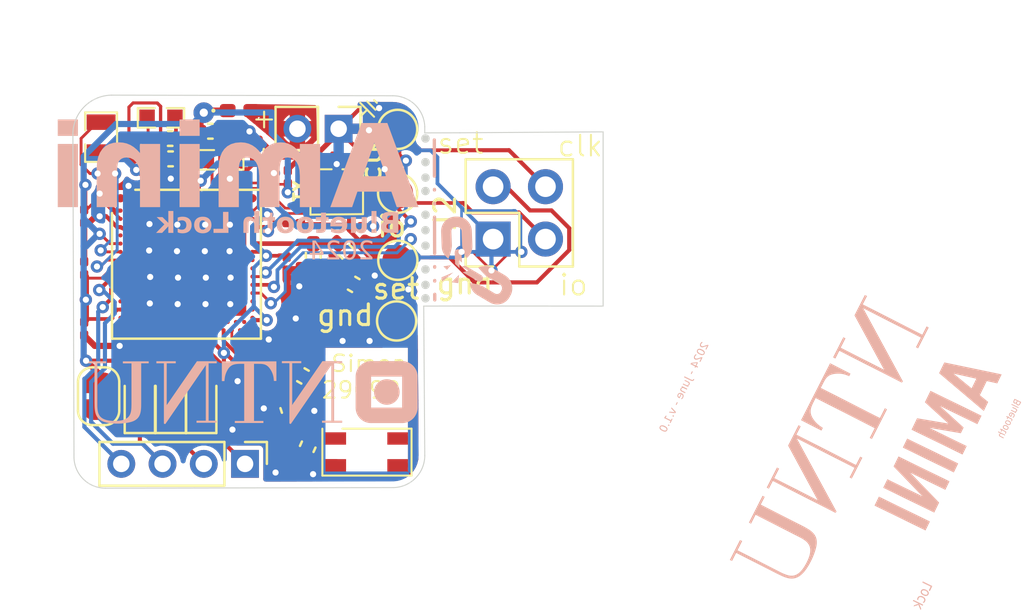
<source format=kicad_pcb>
(kicad_pcb (version 20240108) (generator "pcbnew") (generator_version "8.0")
  (layers (0 "F.Cu" signal) (31 "B.Cu" signal) (34 "B.Paste" user) (35 "F.Paste" user) (36 "B.SilkS" user "B.Silkscreen") (37 "F.SilkS" user "F.Silkscreen") (38 "B.Mask" user) (39 "F.Mask" user) (44 "Edge.Cuts" user))
  (net 0 "")
  (net 1 "GND")
  (net 2 "Net-(A1-Pad1)")
  (net 3 "VDD_nRF")
  (net 4 "Net-(U1-DECR)")
  (net 5 "Net-(U1-DECN)")
  (net 6 "Net-(U1-DECD)")
  (net 7 "Net-(U1-DECA)")
  (net 8 "Net-(C1-Pad2)")
  (net 9 "/SWDIO")
  (net 10 "/~{RESET}")
  (net 11 "/SWDCLK")
  (net 12 "Net-(JP1-A)")
  (net 13 "Net-(U1-DCC)")
  (net 14 "Net-(U1-DCCD)")
  (net 15 "Net-(LED1-A)")
  (net 16 "Net-(LED2-A)")
  (net 17 "Net-(LED3-A)")
  (net 29 "Net-(U1-XL2{slash}P0.01)")
  (net 49 "/XC1")
  (net 59 "Net-(U1-XL1{slash}P0.00)")
  (net 60 "/XC2")
  (net 71 "/LED2")
  (net 72 "/LED3")
  (net 80 "unconnected-(X1-GND-Pad4)")
  (net 81 "Net-(U1-ANT)")
  (net 82 "/MIC")
  (net 83 "/LED1")
  (net 85 "/IN")
  (footprint "Nordic_Semiconductor:CAPC1005X04L" (layer "F.Cu") (at 174.29 55.475 -90)
    (property "Reference" "C5" (hide yes))
    (property "Value" "1.0µF")
  )
  (footprint "Nordic_Semiconductor:CAPC1005X04L" (layer "F.Cu") (at 174.925 54.05 180)
    (property "Reference" "C16" (hide yes))
    (property "Value" "1.0µF")
  )
  (footprint "Nordic_Semiconductor:RESC0603X03L_C" (layer "F.Cu") (at 177.975 66.525 180)
    (property "Reference" "R1" (hide yes))
    (property "Value" "220R" (hide yes))
  )
  (footprint "TestPoint:TestPoint_Pad_D1.5mm" (layer "F.Cu") (at 187.45 55.31)
    (property "Reference" "clk")
    (property "Value" "TestPoint")
  )
  (footprint "Nordic_Semiconductor:CAPC0603X03L_C" (layer "F.Cu") (at 179.775 55.85 90)
    (property "Reference" "C6" (hide yes))
    (property "Value" "100nF" (hide yes))
  )
  (footprint "Capacitor_SMD:C_0402_1005Metric_Pad0.74x0.62mm_HandSolder" (layer "F.Cu") (at 185.31853 62.826248 150)
    (property "Reference" "C19" (hide yes))
    (property "Value" "N.C.")
  )
  (footprint "Nordic_Semiconductor:CAPC0603X03L_C" (layer "F.Cu") (at 172.225 59.25 -90)
    (property "Reference" "C8" (hide yes))
    (property "Value" "100nF" (hide yes))
  )
  (footprint "Diode_SMD:D_0402_1005Metric_Pad0.77x0.64mm_HandSolder" (layer "F.Cu") (at 179.78 54.4)
    (property "Reference" "D1" (hide yes))
    (property "Value" "D")
  )
  (footprint "TestPoint:TestPoint_Pad_D1.5mm" (layer "F.Cu") (at 187.45 58.406666)
    (property "Reference" "io")
    (property "Value" "TestPoint")
  )
  (footprint "Capacitor_SMD:C_0402_1005Metric_Pad0.74x0.62mm_HandSolder" (layer "F.Cu") (at 183.36 61.42 -90)
    (property "Reference" "C17" (hide yes))
    (property "Value" "0.7pF")
  )
  (footprint "Capacitor_SMD:C_0402_1005Metric" (layer "F.Cu") (at 176.44 56.74)
    (property "Reference" "C7" (hide yes))
    (property "Value" "1.0µF")
  )
  (footprint "Nordic_Semiconductor:CAPC0603X03L_C" (layer "F.Cu") (at 182.15 57.9 90)
    (property "Reference" "C15" (hide yes))
    (property "Value" "100nF" (hide yes))
  )
  (footprint "Nordic_Semiconductor:CAPC0603X03L_C" (layer "F.Cu") (at 179 66.955 -90)
    (property "Reference" "C11" (hide yes))
    (property "Value" "100nF" (hide yes))
  )
  (footprint "Nordic_Semiconductor:CAPC0603X03L_C" (layer "F.Cu") (at 185.69 59.98 180)
    (property "Reference" "C4" (hide yes))
    (property "Value" "2.2nF" (hide yes))
  )
  (footprint "LED_SMD:LED_0603_1608Metric" (layer "F.Cu") (at 174.95 68.55 90)
    (property "Reference" "LED3" (hide yes))
    (property "Value" "L0603G")
  )
  (footprint "Capacitor_SMD:C_0402_1005Metric_Pad0.74x0.62mm_HandSolder" (layer "F.Cu") (at 182.85853 67.266251 150)
    (property "Reference" "C18" (hide yes))
    (property "Value" "N.C.")
  )
  (footprint "Nordic_Semiconductor:XTAL_2012" (layer "F.Cu") (at 172.245 58.435)
    (property "Reference" "X2" (hide yes))
    (property "Value" "32.768kHz")
  )
  (footprint "Jumper:SolderJumper-2_P1.3mm_Bridged_RoundedPad1.0x1.5mm_1" (layer "F.Cu") (at 172.95 68.25 90)
    (property "Reference" "JP1" (hide yes))
    (property "Value" "SolderJumper_2_Bridged")
  )
  (footprint "LED_SMD:LED_0603_1608Metric" (layer "F.Cu") (at 177.925 68.55 90)
    (property "Reference" "LED1" (hide yes))
    (property "Value" "L0603G")
  )
  (footprint "LED_SMD:LED_0603_1608Metric" (layer "F.Cu") (at 176.45 68.55 90)
    (property "Reference" "LED2" (hide yes))
    (property "Value" "L0603G")
  )
  (footprint "TestPoint:TestPoint_Pad_D1.5mm" (layer "F.Cu") (at 187.46 61.66)
    (property "Reference" "set")
    (property "Value" "TestPoint")
  )
  (footprint "Nordic_Semiconductor:CAPC0603X03L_C" (layer "F.Cu") (at 172.225 64.7 -90)
    (property "Reference" "C10" (hide yes))
    (property "Value" "100nF" (hide yes))
  )
  (footprint "Nordic_Semiconductor:INDC1608X06L" (layer "F.Cu") (at 176.225 55.85)
    (property "Reference" "L3" (hide yes))
    (property "Value" "10µH")
  )
  (footprint "Package_DFN_QFN:Nordic_AQFN-94-1EP_7x7mm_P0.4mm" (layer "F.Cu") (at 177.21 61.849503)
    (property "Reference" "U1" (hide yes))
    (property "Value" "nRF5340-QKxx")
  )
  (footprint "Nordic_Semiconductor:2450AT18D0100_STD-R" (layer "F.Cu") (at 182.87492 70.09992 -90)
    (property "Reference" "A1" (hide yes))
    (property "Value" "2450AT18D0100")
  )
  (footprint "Nordic_Semiconductor:RESC0603X03L_C" (layer "F.Cu") (at 175.075 66.525 180)
    (property "Reference" "R3" (hide yes))
    (property "Value" "220R" (hide yes))
  )
  (footprint "TestPoint:TestPoint_Pad_D1.5mm" (layer "F.Cu") (at 187.4 64.6)
    (property "Reference" "gnd")
    (property "Value" "TestPoint")
  )
  (footprint "Capacitor_SMD:C_0402_1005Metric_Pad0.74x0.62mm_HandSolder" (layer "F.Cu") (at 183.09 70.7 66)
    (property "Reference" "C1" (hide yes))
    (property "Value" "0.7pF")
  )
  (footprint "Capacitor_SMD:C_0402_1005Metric_Pad0.74x0.62mm_HandSolder" (layer "F.Cu") (at 184.941283 61.241283 135)
    (property "Reference" "L4" (hide yes))
    (property "Value" "2.2nH")
  )
  (footprint "Nordic_Semiconductor:CAPC1005X04L" (layer "F.Cu") (at 180.875 54.24 180)
    (property "Reference" "C3" (hide yes))
    (property "Value" "1.0µF")
  )
  (footprint "Nordic_Semiconductor:INDC1608X06L" (layer "F.Cu") (at 179.1 57.8875)
    (property "Reference" "L2" (hide yes))
    (property "Value" "10µH")
  )
  (footprint "Connector_PinHeader_2.00mm:PinHeader_1x04_P2.00mm_Vertical" (layer "F.Cu") (at 180.05 71.53 -90)
    (property "Reference" "J3" (hide yes))
    (property "Value" "Conn_01x04_Pin")
  )
  (footprint "Connector_PinHeader_2.00mm:PinHeader_1x02_P2.00mm_Vertical" (layer "F.Cu") (at 184.59 55.28 -90)
    (property "Reference" "J1" (hide yes))
    (property "Value" "Conn_01x02_Pin")
  )
  (footprint "Connector_PinHeader_2.54mm:PinHeader_2x02_P2.54mm_Vertical" (layer "F.Cu") (at 192.08 60.63 90)
    (property "Reference" "J2")
    (property "Value" "Conn_01x04")
  )
  (footprint "Nordic_Semiconductor:CAPC1005X04L" (layer "F.Cu") (at 176.24 55.125 -90)
    (property "Reference" "C2" (hide yes))
    (property "Value" "1.0µF")
  )
  (footprint "Nordic_Semiconductor:CAPC0603X03L_C" (layer "F.Cu") (at 179.83 66.86)
    (property "Reference" "C12" (hide yes))
    (property "Value" "100nF" (hide yes))
  )
  (footprint "Nordic_Semiconductor:CAPC0603X03L_C" (layer "F.Cu") (at 182.135 59.88)
    (property "Reference" "C14" (hide yes))
    (property "Value" "100nF" (hide yes))
  )
  (footprint "Nordic_Semiconductor:CAPC0603X03L_C" (layer "F.Cu") (at 172.275 62.32 90)
    (property "Reference" "C9" (hide yes))
    (property "Value" "100nF" (hide yes))
  )
  (footprint "Capacitor_SMD:C_0402_1005Metric_Pad0.74x0.62mm_HandSolder" (layer "F.Cu") (at 182.145643 68.828746 -72)
    (property "Reference" "L1" (hide yes))
    (property "Value" "2.2nH")
  )
  (footprint "Nordic_Semiconductor:RESC0603X03L_C" (layer "F.Cu") (at 176.5 66.525 180)
    (property "Reference" "R2" (hide yes))
    (property "Value" "220R" (hide yes))
  )
  (footprint "Nordic_Semiconductor:BT-XTAL_2016" (layer "F.Cu") (at 182.1475 58.32 -90)
    (property "Reference" "X1")
    (property "Value" "32MHz")
  )
  (footprint "Nordic_Semiconductor:CAPC0603X03L_C" (layer "F.Cu") (at 182.045 61.545 -90)
    (property "Reference" "C13" (hide yes))
    (property "Value" "100nF" (hide yes))
  )
  (gr_line (start 179.749243 58.75) (end 179.750757 58.39) (stroke (width 0.127)) (layer "F.Cu") (net 3))
  (gr_line (start 179.61 59.03) (end 179.75 58.78) (stroke (width 0.127)) (layer "F.Cu") (net 3))
  (gr_line (start 179.76 57.975) (end 180.06 57.59) (stroke (width 0.127)) (layer "F.Cu") (net 4))
  (gr_line (start 179 58.6) (end 179.2 59.05) (stroke (width 0.2)) (layer "F.Cu") (net 1))
  (gr_line (start 180.010901 58.489099) (end 180.329099 58.170901) (stroke (width 0.127)) (layer "F.Cu") (net 60))
  (gr_arc (start 183.83 70.3) (mid 182.96884 70.007021) (end 182.321009 69.36847) (stroke (width 0.65)) (layer "F.Cu") (net 8))
  (gr_line (start 179.4 58.34) (end 180.12 57.61) (stroke (width 0.127)) (layer "F.Cu") (net 4))
  (gr_arc (start 179.443939 58.310809) (mid 179.448348 58.314495) (end 179.45 58.32) (stroke (width 0.2)) (layer "F.Cu") (net 4))
  (gr_line (start 185.295 61.735) (end 182.249847 67.274261) (stroke (width 0.65)) (layer "F.Cu") (net 8))
  (gr_line (start 179.2 59.05) (end 179.2 59.75) (stroke (width 0.2)) (layer "F.Cu") (net 1))
  (gr_line (start 179.42 58.27) (end 179.76 57.975) (stroke (width 0.127)) (layer "F.Cu") (net 4))
  (gr_line (start 179.760901 58.359099) (end 180.079099 58.040901) (stroke (width 0.127)) (layer "F.Cu") (net 3))
  (gr_line (start 179.44 58.67) (end 179.5 58.26) (stroke (width 0.127)) (layer "F.Cu") (net 4))
  (gr_line (start 180.01 59.05) (end 180.01 58.489098) (stroke (width 0.127)) (layer "F.Cu") (net 60))
  (gr_line (start 174 60.05) (end 175.15 60.6) (stroke (width 0.2)) (layer "F.Cu") (net 1))
  (gr_arc (start 181.980001 68.3) (mid 182.03473 67.764544) (end 182.22624 67.26152) (stroke (width 0.65)) (layer "F.Cu") (net 8))
  (gr_poly (pts (xy 209.168472 65.443947) (xy 208.937845 65.896575) (xy 211.038338 66.966831) (xy 209.602919 64.329039) (xy 210.107416 63.338907) (xy 210.213501 63.39296) (xy 210.008099 63.796084) (xy 212.893624 65.266333) (xy 213.099027 64.86321) (xy 213.205112 64.917263) (xy 212.689803 65.928611) (xy 212.583718 65.874558) (xy 212.821553 65.40778) (xy 210.027969 63.984378) (xy 211.953467 67.531106) (xy 211.896215 67.59102) (xy 208.869242 66.0487) (xy 208.678254 66.423535) (xy 208.565096 66.365879) (xy 209.062386 65.389892)) (stroke (width -0.000001)) (fill solid) (layer "B.SilkS"))
  (gr_poly (pts (xy 204.159537 75.274532) (xy 203.932514 75.72009) (xy 206.082514 76.81557) (xy 206.156689 76.849273) (xy 206.230692 76.880473) (xy 206.304588 76.907836) (xy 206.378446 76.930025) (xy 206.415382 76.938761) (xy 206.452333 76.945703) (xy 206.489308 76.950684) (xy 206.526314 76.953535) (xy 206.563362 76.954091) (xy 206.600461 76.952186) (xy 206.637616 76.94765) (xy 206.674837 76.940317) (xy 206.712132 76.930022) (xy 206.749511 76.916596) (xy 206.78698 76.899872) (xy 206.824551 76.879686) (xy 206.862228 76.855866) (xy 206.900023 76.828249) (xy 206.937942 76.796666) (xy 206.975995 76.76095) (xy 207.01419 76.720936) (xy 207.052535 76.676454) (xy 207.091038 76.627341) (xy 207.129708 76.573427) (xy 207.168556 76.514545) (xy 207.207584 76.45053) (xy 207.246808 76.381213) (xy 207.286231 76.306428) (xy 207.322711 76.23189) (xy 207.354545 76.160703) (xy 207.381875 76.092755) (xy 207.404845 76.027943) (xy 207.4236 75.966157) (xy 207.43828 75.907287) (xy 207.449029 75.851227) (xy 207.455992 75.797868) (xy 207.459311 75.747102) (xy 207.459129 75.698822) (xy 207.455588 75.652918) (xy 207.448834 75.609282) (xy 207.439008 75.567808) (xy 207.426253 75.528387) (xy 207.410713 75.490909) (xy 207.392532 75.455269) (xy 207.371852 75.421356) (xy 207.348817 75.389063) (xy 207.323569 75.358282) (xy 207.296252 75.328905) (xy 207.267009 75.300825) (xy 207.235983 75.273931) (xy 207.169155 75.223276) (xy 207.096913 75.176073) (xy 207.020405 75.131459) (xy 206.859162 75.046535) (xy 204.808176 74.001506) (xy 204.58836 74.43292) (xy 204.482275 74.378867) (xy 205.145329 73.077551) (xy 205.251414 73.131605) (xy 205.060426 73.506439) (xy 207.04776 74.519037) (xy 207.202048 74.599373) (xy 207.27497 74.639681) (xy 207.344555 74.680702) (xy 207.410407 74.722899) (xy 207.472133 74.766742) (xy 207.52934 74.812691) (xy 207.581635 74.861214) (xy 207.628623 74.912775) (xy 207.650004 74.939841) (xy 207.669912 74.96784) (xy 207.688296 74.99683) (xy 207.705106 75.026872) (xy 207.720296 75.058022) (xy 207.733815 75.090338) (xy 207.745614 75.123878) (xy 207.755643 75.158702) (xy 207.763854 75.194865) (xy 207.770197 75.232428) (xy 207.774624 75.271447) (xy 207.777084 75.311983) (xy 207.77753 75.354091) (xy 207.77591 75.397831) (xy 207.76917 75.454733) (xy 207.759349 75.513381) (xy 207.746794 75.573298) (xy 207.731851 75.634007) (xy 207.714868 75.695032) (xy 207.69619 75.7559) (xy 207.655139 75.875258) (xy 207.611475 75.988273) (xy 207.567971 76.091138) (xy 207.527403 76.180047) (xy 207.492542 76.251196) (xy 207.438395 76.353911) (xy 207.384716 76.448726) (xy 207.331476 76.535887) (xy 207.278642 76.615645) (xy 207.226184 76.688248) (xy 207.174075 76.753945) (xy 207.122279 76.812984) (xy 207.070769 76.865615) (xy 207.019513 76.912085) (xy 206.968483 76.952645) (xy 206.917646 76.987541) (xy 206.866972 77.017024) (xy 206.816432 77.041341) (xy 206.765993 77.060742) (xy 206.715627 77.075474) (xy 206.665302 77.085789) (xy 206.614986 77.091933) (xy 206.564652 77.094156) (xy 206.514268 77.092705) (xy 206.463803 77.08783) (xy 206.413227 77.079781) (xy 206.36251 77.068803) (xy 206.260528 77.039064) (xy 206.157614 77.000602) (xy 206.053524 76.955409) (xy 205.84084 76.852783) (xy 203.86765 75.847393) (xy 203.665852 76.243446) (xy 203.559767 76.189391) (xy 204.053452 75.220479)) (stroke (width -0.000001)) (fill solid) (layer "B.SilkS"))
  (gr_poly (pts (xy 187.705511 66.548689) (xy 187.743499 66.551609) (xy 187.780955 66.556416) (xy 187.817833 66.563063) (xy 187.854082 66.5715) (xy 187.889655 66.581679) (xy 187.924504 66.593552) (xy 187.958579 66.607071) (xy 187.991833 66.622186) (xy 188.024216 66.638849) (xy 188.055681 66.657013) (xy 188.086179 66.676627) (xy 188.115661 66.697645) (xy 188.14408 66.720017) (xy 188.171386 66.743696) (xy 188.197531 66.768632) (xy 188.222467 66.794778) (xy 188.246146 66.822084) (xy 188.268518 66.850502) (xy 188.289536 66.879985) (xy 188.309151 66.910483) (xy 188.327314 66.941947) (xy 188.343977 66.974331) (xy 188.359092 67.007584) (xy 188.37261 67.041659) (xy 188.384483 67.076508) (xy 188.394663 67.112081) (xy 188.4031 67.14833) (xy 188.409746 67.185208) (xy 188.414554 67.222664) (xy 188.417474 67.260652) (xy 188.418458 67.299122) (xy 188.418458 68.801954) (xy 188.417474 68.84089) (xy 188.414554 68.879285) (xy 188.409746 68.917092) (xy 188.4031 68.954266) (xy 188.394663 68.990762) (xy 188.384483 69.026534) (xy 188.37261 69.061537) (xy 188.359092 69.095725) (xy 188.343977 69.129053) (xy 188.327314 69.161475) (xy 188.30915 69.192945) (xy 188.289535 69.223418) (xy 188.268518 69.252849) (xy 188.246145 69.281191) (xy 188.222467 69.3084) (xy 188.197531 69.334429) (xy 188.171385 69.359234) (xy 188.144079 69.382769) (xy 188.11566 69.404988) (xy 188.086178 69.425845) (xy 188.05568 69.445295) (xy 188.024215 69.463294) (xy 187.991832 69.479794) (xy 187.958578 69.49475) (xy 187.924503 69.508118) (xy 187.889655 69.519851) (xy 187.854082 69.529904) (xy 187.817832 69.538231) (xy 187.780955 69.544787) (xy 187.743498 69.549526) (xy 187.705511 69.552403) (xy 187.66704 69.553372) (xy 186.164208 69.553372) (xy 186.125272 69.552388) (xy 186.086878 69.549468) (xy 186.049071 69.54466) (xy 186.011897 69.538014) (xy 185.975401 69.529576) (xy 185.939628 69.519397) (xy 185.904625 69.507524) (xy 185.870437 69.494006) (xy 185.83711 69.478891) (xy 185.804688 69.462227) (xy 185.773218 69.444064) (xy 185.742745 69.424449) (xy 185.713314 69.403431) (xy 185.684972 69.381059) (xy 185.657763 69.357381) (xy 185.631733 69.332444) (xy 185.606928 69.306299) (xy 185.583394 69.278993) (xy 185.561175 69.250574) (xy 185.540318 69.221092) (xy 185.520867 69.190594) (xy 185.502869 69.159129) (xy 185.486369 69.126746) (xy 185.471412 69.093492) (xy 185.458045 69.059417) (xy 185.446312 69.024569) (xy 185.436259 68.988996) (xy 185.427932 68.952746) (xy 185.421376 68.915869) (xy 185.416637 68.878412) (xy 185.41376 68.840425) (xy 185.412791 68.801954) (xy 186.164208 68.801954) (xy 187.66704 68.801954) (xy 187.66704 67.299122) (xy 186.164208 67.299122) (xy 186.164208 68.801954) (xy 185.412791 68.801954) (xy 185.412791 67.299122) (xy 185.413775 67.260652) (xy 185.416695 67.222664) (xy 185.421503 67.185207) (xy 185.428149 67.14833) (xy 185.436586 67.11208) (xy 185.446766 67.076507) (xy 185.458639 67.041659) (xy 185.472157 67.007584) (xy 185.487272 66.97433) (xy 185.503935 66.941947) (xy 185.522099 66.910482) (xy 185.541713 66.879984) (xy 185.562731 66.850502) (xy 185.585104 66.822083) (xy 185.608782 66.794777) (xy 185.633718 66.768632) (xy 185.659864 66.743695) (xy 185.68717 66.720017) (xy 185.715588 66.697645) (xy 185.745071 66.676627) (xy 185.775569 66.657012) (xy 185.807033 66.638849) (xy 185.839417 66.622186) (xy 185.87267 66.607071) (xy 185.906746 66.593552) (xy 185.941594 66.581679) (xy 185.977167 66.5715) (xy 186.013416 66.563063) (xy 186.050294 66.556416) (xy 186.08775 66.551609) (xy 186.125738 66.548689) (xy 186.164208 66.547705) (xy 187.66704 66.547705)) (stroke (width -0.000001)) (fill solid) (layer "B.SilkS"))
  (gr_poly (pts (xy 205.950503 71.759567) (xy 205.716271 72.21927) (xy 207.816763 73.289525) (xy 206.38495 70.644659) (xy 206.889446 69.654528) (xy 206.995531 69.708581) (xy 206.79013 70.111705) (xy 209.675655 71.581953) (xy 209.881057 71.178829) (xy 209.987142 71.232884) (xy 209.471834 72.244231) (xy 209.365749 72.190178) (xy 209.603583 71.723402) (xy 206.81 70.3) (xy 208.735497 73.846727) (xy 208.678245 73.90664) (xy 205.6442 72.360717) (xy 205.453212 72.735552) (xy 205.347128 72.6815) (xy 205.844418 71.705514)) (stroke (width -0.000001)) (fill solid) (layer "B.SilkS"))
  (gr_poly (pts (xy 184.761917 66.552998) (xy 184.761917 66.65354) (xy 184.370333 66.65354) (xy 184.370333 69.436956) (xy 184.761917 69.436956) (xy 184.761917 69.537498) (xy 183.782958 69.537498) (xy 183.782958 69.436956) (xy 184.232749 69.436956) (xy 184.232749 66.743498) (xy 182.269541 69.595706) (xy 182.20075 69.57454) (xy 182.20075 66.648249) (xy 181.835626 66.648249) (xy 181.835626 66.547708) (xy 182.777542 66.547708) (xy 182.777542 66.648249) (xy 182.338334 66.648249) (xy 182.338334 68.674957) (xy 183.804125 66.547706) (xy 184.761918 66.547706)) (stroke (width -0.000001)) (fill solid) (layer "B.SilkS"))
  (gr_poly (pts (xy 189.572527 62.487273) (xy 190.146555 62.245123) (xy 189.613551 62.694044)) (stroke (width -0.000001)) (fill solid) (layer "B.SilkS"))
  (gr_poly (pts (xy 189.603433 61.128907) (xy 189.594793 61.084956) (xy 189.588767 61.040089) (xy 189.58544 60.99439) (xy 189.558509 60.280519) (xy 189.557955 60.243558) (xy 189.559229 60.207019) (xy 189.562288 60.170951) (xy 189.567089 60.135401) (xy 189.573589 60.100416) (xy 189.581746 60.066045) (xy 189.591519 60.032329) (xy 189.602862 59.99932) (xy 189.615733 59.967062) (xy 189.630091 59.935603) (xy 189.645891 59.90499) (xy 189.663093 59.875269) (xy 189.681652 59.846488) (xy 189.701525 59.818693) (xy 189.722671 59.791931) (xy 189.745046 59.766248) (xy 189.768607 59.741692) (xy 189.793312 59.71831) (xy 189.819119 59.696146) (xy 189.845984 59.675251) (xy 189.873864 59.65567) (xy 189.902718 59.637449) (xy 189.932501 59.620634) (xy 189.963171 59.605276) (xy 189.994688 59.591417) (xy 190.027005 59.579107) (xy 190.06008 59.56839) (xy 190.093873 59.559316) (xy 190.128338 59.55193) (xy 190.163436 59.546279) (xy 190.199121 59.542411) (xy 190.235351 59.54037) (xy 190.317157 59.538994) (xy 190.353455 59.538828) (xy 190.389338 59.540523) (xy 190.424761 59.544035) (xy 190.459683 59.549318) (xy 190.494052 59.556332) (xy 190.527829 59.56503) (xy 190.560965 59.575368) (xy 190.593415 59.587303) (xy 190.625135 59.60079) (xy 190.65608 59.615788) (xy 190.686204 59.63225) (xy 190.715461 59.650133) (xy 190.743807 59.669393) (xy 190.771196 59.689987) (xy 190.797583 59.71187) (xy 190.822924 59.734999) (xy 190.847172 59.75933) (xy 190.870281 59.784818) (xy 190.892209 59.811419) (xy 190.912908 59.83909) (xy 190.932333 59.867788) (xy 190.950439 59.897467) (xy 190.967182 59.928083) (xy 190.982516 59.959594) (xy 190.996396 59.991955) (xy 191.008775 60.025123) (xy 191.01961 60.059052) (xy 191.028855 60.093701) (xy 191.036463 60.129024) (xy 191.042392 60.164977) (xy 191.046594 60.201516) (xy 191.049027 60.238598) (xy 191.075956 60.952469) (xy 191.076133 60.998344) (xy 191.073533 61.043546) (xy 191.068238 61.087985) (xy 191.060325 61.131568) (xy 191.04987 61.174208) (xy 191.036956 61.215812) (xy 191.021656 61.256292) (xy 191.004049 61.295557) (xy 190.984218 61.333517) (xy 190.962235 61.370081) (xy 190.938182 61.405162) (xy 190.912136 61.438665) (xy 190.884175 61.470503) (xy 190.854376 61.500585) (xy 190.822819 61.528822) (xy 190.789584 61.555122) (xy 190.76 61.507669) (xy 190.729913 61.455103) (xy 190.70001 61.396036) (xy 190.685343 61.36363) (xy 190.670978 61.329078) (xy 190.657005 61.292207) (xy 190.643505 61.252844) (xy 190.630569 61.210815) (xy 190.61828 61.165945) (xy 190.606723 61.118062) (xy 190.595986 61.066992) (xy 190.586155 61.012563) (xy 190.577314 60.954599) (xy 190.551035 60.250827) (xy 190.550358 60.240027) (xy 190.549152 60.229374) (xy 190.547431 60.218881) (xy 190.545211 60.208563) (xy 190.542503 60.198432) (xy 190.539323 60.188503) (xy 190.535683 60.178788) (xy 190.531597 60.169302) (xy 190.527081 60.160058) (xy 190.522145 60.151069) (xy 190.516806 60.14235) (xy 190.511076 60.133913) (xy 190.504971 60.125773) (xy 190.498502 60.117944) (xy 190.491685 60.110438) (xy 190.484532 60.103268) (xy 190.477059 60.09645) (xy 190.469278 60.089997) (xy 190.461204 60.083922) (xy 190.452848 60.078238) (xy 190.444228 60.07296) (xy 190.435354 60.0681) (xy 190.426243 60.063673) (xy 190.416908 60.059694) (xy 190.407359 60.056172) (xy 190.397616 60.053124) (xy 190.387689 60.050564) (xy 190.377592 60.048504) (xy 190.36734 60.046958) (xy 190.356945 60.04594) (xy 190.346424 60.045464) (xy 190.335788 60.045542) (xy 190.254495 60.048835) (xy 190.24388 60.049462) (xy 190.233423 60.050616) (xy 190.223135 60.052284) (xy 190.213031 60.054452) (xy 190.203121 60.057108) (xy 190.19342 60.060239) (xy 190.18394 60.063832) (xy 190.174693 60.067875) (xy 190.165692 60.072353) (xy 190.156951 60.077257) (xy 190.148482 60.08257) (xy 190.140298 60.088281) (xy 190.132409 60.094379) (xy 190.124832 60.100848) (xy 190.117578 60.107677) (xy 190.110659 60.114853) (xy 190.104089 60.122362) (xy 190.097878 60.130194) (xy 190.092043 60.138333) (xy 190.086594 60.146768) (xy 190.081543 60.155486) (xy 190.076905 60.164474) (xy 190.072692 60.173718) (xy 190.068916 60.183208) (xy 190.06559 60.192928) (xy 190.062728 60.202868) (xy 190.06034 60.213012) (xy 190.058442 60.223349) (xy 190.057045 60.233867) (xy 190.056161 60.244553) (xy 190.055804 60.255393) (xy 190.055987 60.266375) (xy 190.083019 60.957619) (xy 190.076953 61.006466) (xy 190.069954 61.053752) (xy 190.062089 61.099523) (xy 190.053435 61.143828) (xy 190.044063 61.186712) (xy 190.034045 61.228221) (xy 190.023457 61.268404) (xy 190.012367 61.307305) (xy 190.000851 61.344974) (xy 189.988981 61.381455) (xy 189.964468 61.451042) (xy 189.939412 61.516441) (xy 189.914393 61.578027) (xy 189.879613 61.553758) (xy 189.846326 61.52746) (xy 189.814621 61.499225) (xy 189.784583 61.469132) (xy 189.756297 61.437272) (xy 189.729849 61.403726) (xy 189.705327 61.368581) (xy 189.682816 61.331922) (xy 189.662401 61.293835) (xy 189.644169 61.254405) (xy 189.628207 61.213716) (xy 189.614599 61.171856)) (stroke (width -0.000001)) (fill solid) (layer "B.SilkS"))
  (gr_poly (pts (xy 181.571043 67.510791) (xy 181.449334 67.510791) (xy 181.445117 67.455466) (xy 181.439412 67.396606) (xy 181.435537 67.365831) (xy 181.430731 67.33415) (xy 181.424809 67.301554) (xy 181.417585 67.268035) (xy 181.408872 67.233586) (xy 181.398485 67.1982) (xy 181.386238 67.161867) (xy 181.371944 67.124582) (xy 181.355418 67.086335) (xy 181.336474 67.047119) (xy 181.314924 67.006927) (xy 181.290585 66.96575) (xy 181.2737 66.939789) (xy 181.256775 66.915451) (xy 181.2398 66.892682) (xy 181.222765 66.87143) (xy 181.205659 66.851643) (xy 181.188475 66.83327) (xy 181.171201 66.816256) (xy 181.153828 66.800551) (xy 181.136347 66.786101) (xy 181.118748 66.772855) (xy 181.101021 66.76076) (xy 181.083156 66.749763) (xy 181.065144 66.739813) (xy 181.046975 66.730857) (xy 181.028639 66.722843) (xy 181.010127 66.715719) (xy 180.991429 66.709431) (xy 180.972535 66.703929) (xy 180.934121 66.695069) (xy 180.894808 66.68872) (xy 180.854518 66.684465) (xy 180.813175 66.681884) (xy 180.770699 66.680558) (xy 180.682043 66.68) (xy 180.486251 66.68) (xy 180.486251 69.447541) (xy 180.941334 69.447541) (xy 180.941334 69.548083) (xy 179.554917 69.548083) (xy 179.554917 69.447541) (xy 180.01 69.447541) (xy 180.01 66.68) (xy 179.771876 66.68) (xy 179.696118 66.684454) (xy 179.658139 66.687592) (xy 179.620237 66.691823) (xy 179.58252 66.697512) (xy 179.545099 66.705021) (xy 179.50808 66.714717) (xy 179.471574 66.726963) (xy 179.435687 66.742123) (xy 179.41801 66.75091) (xy 179.400529 66.760563) (xy 179.383257 66.771126) (xy 179.366208 66.782645) (xy 179.349395 66.795166) (xy 179.332832 66.808735) (xy 179.316533 66.823397) (xy 179.300511 66.839197) (xy 179.28478 66.856181) (xy 179.269353 66.874395) (xy 179.254244 66.893884) (xy 179.239466 66.914693) (xy 179.225033 66.936869) (xy 179.210958 66.960457) (xy 179.187491 67.001695) (xy 179.166589 67.042065) (xy 179.14809 67.081566) (xy 179.131832 67.1202) (xy 179.117651 67.157965) (xy 179.105384 67.194862) (xy 179.094869 67.230891) (xy 179.085943 67.266052) (xy 179.078444 67.300344) (xy 179.072208 67.333769) (xy 179.062875 67.398013) (xy 179.056643 67.458784) (xy 179.052209 67.516082) (xy 178.925208 67.516082) (xy 178.925208 66.55829) (xy 181.571043 66.55829)) (stroke (width -0.000001)) (fill solid) (layer "B.SilkS"))
  (gr_poly (pts (xy 190.033776 61.89323) (xy 189.84167 62.119326) (xy 189.6675 61.952339)) (stroke (width -0.000001)) (fill solid) (layer "B.SilkS"))
  (gr_poly (pts (xy 190.425734 62.359321) (xy 190.389281 62.767637) (xy 190.068897 62.722004)) (stroke (width -0.000001)) (fill solid) (layer "B.SilkS"))
  (gr_poly (pts (xy 190.888351 62.161405) (xy 190.551422 61.962018) (xy 190.718179 61.917336) (xy 191.501918 62.381169) (xy 191.509329 62.38585) (xy 191.516425 62.390839) (xy 191.523204 62.396124) (xy 191.529661 62.40169) (xy 191.535792 62.407522) (xy 191.541594 62.413606) (xy 191.547061 62.419928) (xy 191.552191 62.426472) (xy 191.55698 62.433226) (xy 191.561423 62.440175) (xy 191.565518 62.447303) (xy 191.56926 62.454597) (xy 191.572645 62.462041) (xy 191.57567 62.469624) (xy 191.578331 62.477328) (xy 191.580623 62.48514) (xy 191.582543 62.493046) (xy 191.584086 62.501032) (xy 191.58525 62.509082) (xy 191.58603 62.517183) (xy 191.586423 62.52532) (xy 191.586425 62.533479) (xy 191.58603 62.541645) (xy 191.585237 62.549804) (xy 191.584041 62.557942) (xy 191.582439 62.566044) (xy 191.580425 62.574095) (xy 191.577996 62.582083) (xy 191.57515 62.589991) (xy 191.571882 62.597805) (xy 191.568187 62.605512) (xy 191.564062 62.613097) (xy 191.559568 62.620458) (xy 191.554773 62.627503) (xy 191.549692 62.634227) (xy 191.544339 62.640627) (xy 191.538727 62.646699) (xy 191.532868 62.652439) (xy 191.526776 62.657845) (xy 191.520466 62.662913) (xy 191.513949 62.667639) (xy 191.50724 62.672018) (xy 191.500351 62.676049) (xy 191.493297 62.679727) (xy 191.48609 62.683049) (xy 191.478743 62.686009) (xy 191.47127 62.688607) (xy 191.463685 62.690838) (xy 191.456 62.692699) (xy 191.44823 62.694185) (xy 191.440388 62.695294) (xy 191.432485 62.696021) (xy 191.424536 62.696363) (xy 191.416555 62.696318) (xy 191.408555 62.695879) (xy 191.400549 62.695045) (xy 191.392549 62.693811) (xy 191.384572 62.692174) (xy 191.376628 62.690133) (xy 191.368732 62.687681) (xy 191.360896 62.684815) (xy 191.353133 62.681532) (xy 191.345458 62.677829) (xy 191.337885 62.673701) (xy 190.600837 62.238444)) (stroke (width -0.000001)) (fill solid) (layer "B.SilkS"))
  (gr_poly (pts (xy 209.411085 67.153271) (xy 209.346222 67.280573) (xy 209.287195 67.254568) (xy 209.223588 67.228946) (xy 209.189779 67.216717) (xy 209.154478 67.205112) (xy 209.117569 67.194305) (xy 209.078936 67.184473) (xy 209.038465 67.175791) (xy 208.996038 67.168438) (xy 208.951542 67.162586) (xy 208.904858 67.158413) (xy 208.855873 67.156095) (xy 208.80447 67.155806) (xy 208.750533 67.157725) (xy 208.693947 67.162025) (xy 208.658167 67.165537) (xy 208.624045 67.169959) (xy 208.591523 67.175275) (xy 208.560541 67.181466) (xy 208.531041 67.188516) (xy 208.502962 67.196408) (xy 208.476243 67.205125) (xy 208.450827 67.214649) (xy 208.426652 67.224962) (xy 208.403659 67.236046) (xy 208.38179 67.247885) (xy 208.360982 67.260461) (xy 208.341179 67.273758) (xy 208.32232 67.287757) (xy 208.304344 67.302442) (xy 208.287193 67.317795) (xy 208.270807 67.333798) (xy 208.255125 67.350434) (xy 208.225638 67.385536) (xy 208.198256 67.422966) (xy 208.172498 67.462579) (xy 208.147892 67.504241) (xy 208.123956 67.547809) (xy 208.076192 67.640117) (xy 207.97169 67.845214) (xy 210.835996 69.304653) (xy 211.077434 68.830805) (xy 211.183521 68.884859) (xy 210.448396 70.32762) (xy 210.342311 70.273567) (xy 210.583748 69.799719) (xy 207.71944 68.340282) (xy 207.593317 68.587815) (xy 207.556292 68.669048) (xy 207.539028 68.710073) (xy 207.523128 68.751518) (xy 207.508992 68.793497) (xy 207.49702 68.836121) (xy 207.487611 68.879504) (xy 207.481164 68.923756) (xy 207.47808 68.96899) (xy 207.477923 68.992012) (xy 207.478757 69.015321) (xy 207.48063 69.03893) (xy 207.483595 69.062856) (xy 207.487699 69.087112) (xy 207.492993 69.111712) (xy 207.499529 69.136668) (xy 207.507353 69.161998) (xy 207.516517 69.187713) (xy 207.527072 69.213827) (xy 207.539067 69.240355) (xy 207.552551 69.267313) (xy 207.567575 69.294711) (xy 207.584188 69.322566) (xy 207.614111 69.367912) (xy 207.644612 69.410407) (xy 207.675579 69.45019) (xy 207.706904 69.487402) (xy 207.738477 69.522183) (xy 207.770188 69.55467) (xy 207.801924 69.585006) (xy 207.833577 69.613329) (xy 207.865037 69.639779) (xy 207.896192 69.664494) (xy 207.957149 69.709281) (xy 208.015567 69.748809) (xy 208.070564 69.784191) (xy 208.002097 69.918566) (xy 207.011966 69.414068) (xy 208.420955 66.648773)) (stroke (width -0.000001)) (fill solid) (layer "B.SilkS"))
  (gr_poly (pts (xy 175.385085 66.55829) (xy 175.379791 66.55829) (xy 175.379791 66.552998)) (stroke (width -0.000001)) (fill solid) (layer "B.SilkS"))
  (gr_poly (pts (xy 190.96471 62.850564) (xy 190.957792 62.807689) (xy 190.953368 62.764406) (xy 191.010768 62.768605) (xy 191.066354 62.77454) (xy 191.120001 62.781999) (xy 191.171585 62.790774) (xy 191.220985 62.800651) (xy 191.268079 62.811418) (xy 191.312742 62.822868) (xy 191.354855 62.834788) (xy 191.394291 62.846967) (xy 191.430931 62.859194) (xy 191.464649 62.87126) (xy 191.495323 62.882952) (xy 191.547054 62.904372) (xy 191.585139 62.921769) (xy 192.161785 63.264417) (xy 192.171249 63.269717) (xy 192.18085 63.274474) (xy 192.19057 63.278696) (xy 192.200392 63.282383) (xy 192.210298 63.285543) (xy 192.22027 63.288179) (xy 192.230293 63.290297) (xy 192.240346 63.2919) (xy 192.250413 63.292994) (xy 192.260477 63.293584) (xy 192.270519 63.293675) (xy 192.280524 63.293268) (xy 192.290472 63.292372) (xy 192.300346 63.29099) (xy 192.310128 63.289128) (xy 192.319803 63.286789) (xy 192.32935 63.283977) (xy 192.338754 63.280698) (xy 192.347996 63.276959) (xy 192.357059 63.272761) (xy 192.365926 63.268111) (xy 192.374578 63.263011) (xy 192.382999 63.257468) (xy 192.39117 63.251487) (xy 192.399076 63.245071) (xy 192.406696 63.238227) (xy 192.414015 63.230957) (xy 192.421014 63.223267) (xy 192.427675 63.215163) (xy 192.433983 63.206647) (xy 192.439918 63.197727) (xy 192.445465 63.188405) (xy 192.485643 63.116008) (xy 192.490721 63.10641) (xy 192.495268 63.096673) (xy 192.499289 63.086814) (xy 192.502789 63.076849) (xy 192.505771 63.066798) (xy 192.508242 63.056678) (xy 192.510205 63.046504) (xy 192.511664 63.036296) (xy 192.512626 63.026072) (xy 192.513095 63.015848) (xy 192.513074 63.005642) (xy 192.512569 62.995472) (xy 192.511585 62.985355) (xy 192.510128 62.97531) (xy 192.5082 62.965351) (xy 192.505807 62.955498) (xy 192.502953 62.94577) (xy 192.499644 62.936183) (xy 192.495883 62.926752) (xy 192.491677 62.917499) (xy 192.487029 62.908439) (xy 192.481944 62.899591) (xy 192.476426 62.890971) (xy 192.47048 62.882596) (xy 192.464113 62.874486) (xy 192.457326 62.866658) (xy 192.450126 62.859128) (xy 192.442518 62.851915) (xy 192.434505 62.845036) (xy 192.426093 62.838508) (xy 192.417287 62.832349) (xy 192.40809 62.826576) (xy 191.804711 62.468494) (xy 191.779188 62.449259) (xy 191.753246 62.42816) (xy 191.726907 62.405332) (xy 191.700192 62.380909) (xy 191.645719 62.327827) (xy 191.59 62.27) (xy 191.533204 62.208512) (xy 191.475499 62.144451) (xy 191.358057 62.01295) (xy 191.397636 61.993004) (xy 191.438296 61.975656) (xy 191.479903 61.960946) (xy 191.522324 61.948905) (xy 191.56542 61.939571) (xy 191.609058 61.932983) (xy 191.653107 61.929172) (xy 191.697426 61.928178) (xy 191.741885 61.930037) (xy 191.786347 61.934783) (xy 191.830676 61.942453) (xy 191.874741 61.953085) (xy 191.918405 61.966711) (xy 191.961532 61.983371) (xy 192.00399 62.003099) (xy 192.045642 62.025931) (xy 192.653883 62.38682) (xy 192.685045 62.406337) (xy 192.714898 62.4272) (xy 192.743418 62.449345) (xy 192.770595 62.47271) (xy 192.796409 62.497237) (xy 192.820843 62.52286) (xy 192.843882 62.54952) (xy 192.865508 62.577154) (xy 192.885706 62.605701) (xy 192.904458 62.635098) (xy 192.921749 62.665284) (xy 192.937562 62.696197) (xy 192.95188 62.727775) (xy 192.964685 62.759957) (xy 192.975964 62.792681) (xy 192.985698 62.825886) (xy 192.99387 62.859508) (xy 193.000465 62.893487) (xy 193.005466 62.92776) (xy 193.008855 62.962267) (xy 193.010617 62.996945) (xy 193.010736 63.031732) (xy 193.009195 63.066566) (xy 193.005976 63.101388) (xy 193.001063 63.136132) (xy 192.994442 63.17074) (xy 192.986093 63.205148) (xy 192.976 63.239295) (xy 192.964148 63.273118) (xy 192.950521 63.306558) (xy 192.935099 63.339551) (xy 192.91787 63.372035) (xy 192.877691 63.444432) (xy 192.858869 63.475968) (xy 192.838726 63.506152) (xy 192.817319 63.534963) (xy 192.79471 63.562387) (xy 192.770958 63.588409) (xy 192.746121 63.613012) (xy 192.72026 63.63618) (xy 192.693436 63.657896) (xy 192.665706 63.678147) (xy 192.637132 63.696914) (xy 192.607772 63.714181) (xy 192.577688 63.729933) (xy 192.546935 63.744156) (xy 192.515578 63.756832) (xy 192.483674 63.767944) (xy 192.451283 63.777478) (xy 192.418464 63.785417) (xy 192.385277 63.791746) (xy 192.351784 63.796448) (xy 192.318041 63.799506) (xy 192.28411 63.800906) (xy 192.250049 63.800632) (xy 192.21592 63.798666) (xy 192.181781 63.794993) (xy 192.147691 63.789599) (xy 192.113712 63.782465) (xy 192.079902 63.773577) (xy 192.04632 63.762917) (xy 192.013028 63.750472) (xy 191.980083 63.736225) (xy 191.947547 63.720157) (xy 191.915478 63.702256) (xy 191.307239 63.341367) (xy 191.268437 63.316685) (xy 191.231726 63.289931) (xy 191.197132 63.261224) (xy 191.164687 63.230685) (xy 191.134419 63.198432) (xy 191.106357 63.164581) (xy 191.080528 63.129254) (xy 191.056964 63.092568) (xy 191.035691 63.054642) (xy 191.016738 63.015594) (xy 191.000135 62.975544) (xy 190.98591 62.934609) (xy 190.974091 62.89291)) (stroke (width -0.000001)) (fill solid) (layer "B.SilkS"))
  (gr_poly (pts (xy 173.316042 66.65354) (xy 172.887417 66.65354) (xy 172.887417 68.72258) (xy 172.890068 68.792636) (xy 172.894734 68.8616) (xy 172.902439 68.928998) (xy 172.914206 68.994357) (xy 172.921932 69.026124) (xy 172.931058 69.057205) (xy 172.94171 69.087539) (xy 172.954018 69.117068) (xy 172.968108 69.145733) (xy 172.984109 69.173474) (xy 173.002149 69.200233) (xy 173.022355 69.22595) (xy 173.044855 69.250567) (xy 173.069778 69.274023) (xy 173.097251 69.296261) (xy 173.127403 69.317221) (xy 173.16036 69.336844) (xy 173.196251 69.35507) (xy 173.235204 69.371841) (xy 173.277347 69.387098) (xy 173.322807 69.400781) (xy 173.371713 69.412831) (xy 173.424193 69.42319) (xy 173.480373 69.431798) (xy 173.540383 69.438596) (xy 173.60435 69.443524) (xy 173.672402 69.446525) (xy 173.744667 69.447538) (xy 173.816315 69.446387) (xy 173.883516 69.442979) (xy 173.946416 69.437384) (xy 174.005158 69.429669) (xy 174.059883 69.419904) (xy 174.110738 69.408157) (xy 174.157863 69.394498) (xy 174.201404 69.378995) (xy 174.241503 69.361717) (xy 174.278304 69.342732) (xy 174.311949 69.32211) (xy 174.342584 69.29992) (xy 174.37035 69.276229) (xy 174.395392 69.251107) (xy 174.417853 69.224623) (xy 174.437875 69.196846) (xy 174.455604 69.167844) (xy 174.471181 69.137685) (xy 174.48475 69.10644) (xy 174.496456 69.074176) (xy 174.50644 69.040963) (xy 174.514847 69.006869) (xy 174.527503 68.936314) (xy 174.53557 68.863062) (xy 174.540195 68.787662) (xy 174.543709 68.632623) (xy 174.543709 66.658831) (xy 174.125668 66.658831) (xy 174.125668 66.55829) (xy 175.379791 66.55829) (xy 175.379791 66.65354) (xy 175.014667 66.65354) (xy 175.014667 68.569122) (xy 175.013468 68.718022) (xy 175.011179 68.789353) (xy 175.00706 68.858427) (xy 175.000585 68.925114) (xy 174.991227 68.989282) (xy 174.978457 69.050799) (xy 174.96175 69.109533) (xy 174.940579 69.165353) (xy 174.928154 69.192128) (xy 174.914415 69.218126) (xy 174.899296 69.243329) (xy 174.882732 69.267721) (xy 174.864656 69.291286) (xy 174.845003 69.314006) (xy 174.823707 69.335867) (xy 174.800701 69.35685) (xy 174.77592 69.37694) (xy 174.749298 69.39612) (xy 174.72077 69.414374) (xy 174.690268 69.431685) (xy 174.657728 69.448037) (xy 174.623084 69.463414) (xy 174.576969 69.480418) (xy 174.528257 69.495763) (xy 174.477453 69.509527) (xy 174.42506 69.521787) (xy 174.371581 69.532621) (xy 174.317521 69.542106) (xy 174.209673 69.55734) (xy 174.105545 69.56811) (xy 174.009168 69.575035) (xy 173.924574 69.578735) (xy 173.855792 69.579831) (xy 173.756261 69.578463) (xy 173.662918 69.574406) (xy 173.575562 69.567731) (xy 173.493995 69.558509) (xy 173.418017 69.54681) (xy 173.347428 69.532706) (xy 173.282029 69.516266) (xy 173.221619 69.497562) (xy 173.166 69.476664) (xy 173.114972 69.453643) (xy 173.068335 69.42857) (xy 173.02589 69.401516) (xy 172.987436 69.372551) (xy 172.952775 69.341746) (xy 172.921707 69.309171) (xy 172.894032 69.274898) (xy 172.869551 69.238998) (xy 172.848063 69.20154) (xy 172.82937 69.162596) (xy 172.813272 69.122236) (xy 172.799569 69.080531) (xy 172.788062 69.037552) (xy 172.770836 68.948055) (xy 172.759996 68.85431) (xy 172.753948 68.756883) (xy 172.749835 68.553247) (xy 172.749835 66.65354) (xy 172.379418 66.65354) (xy 172.379418 66.552998) (xy 173.316042 66.552998)) (stroke (width -0.000001)) (fill solid) (layer "B.SilkS"))
  (gr_poly (pts (xy 190.216745 61.295685) (xy 190.216547 61.286981) (xy 190.216784 61.278375) (xy 190.217444 61.269878) (xy 190.218519 61.2615) (xy 190.219998 61.253253) (xy 190.221869 61.24515) (xy 190.224125 61.237198) (xy 190.226753 61.229413) (xy 190.229745 61.221804) (xy 190.233091 61.214383) (xy 190.236779 61.207161) (xy 190.2408 61.200151) (xy 190.245145 61.19336) (xy 190.249802 61.186805) (xy 190.254761 61.180493) (xy 190.260012 61.174439) (xy 190.265546 61.16865) (xy 190.271352 61.163141) (xy 190.27742 61.157922) (xy 190.283741 61.153005) (xy 190.290303 61.148401) (xy 190.297097 61.144121) (xy 190.304111 61.140176) (xy 190.311338 61.136578) (xy 190.318766 61.133339) (xy 190.326386 61.13047) (xy 190.334186 61.127981) (xy 190.342159 61.125886) (xy 190.35029 61.124193) (xy 190.358573 61.122916) (xy 190.366996 61.122064) (xy 190.375551 61.121653) (xy 190.384116 61.121684) (xy 190.392576 61.122152) (xy 190.40092 61.123045) (xy 190.409137 61.124353) (xy 190.417219 61.126065) (xy 190.425154 61.128168) (xy 190.432935 61.130654) (xy 190.440552 61.133511) (xy 190.447994 61.136725) (xy 190.455252 61.140291) (xy 190.462316 61.144193) (xy 190.469176 61.148422) (xy 190.475823 61.152968) (xy 190.482248 61.157818) (xy 190.488439 61.162962) (xy 190.494388 61.168389) (xy 190.500085 61.17409) (xy 190.50552 61.18005) (xy 190.510684 61.186261) (xy 190.515567 61.192712) (xy 190.520158 61.199391) (xy 190.524449 61.206287) (xy 190.52843 61.213391) (xy 190.532091 61.220688) (xy 190.535422 61.228172) (xy 190.538414 61.235829) (xy 190.541057 61.243648) (xy 190.54334 61.25162) (xy 190.545256 61.259732) (xy 190.546792 61.267975) (xy 190.547942 61.276337) (xy 190.548693 61.284805) (xy 190.567423 61.768727) (xy 190.549289 61.752052) (xy 190.531613 61.735471) (xy 190.498032 61.703349) (xy 190.467474 61.673884) (xy 190.440733 61.648596) (xy 190.456032 62.043045) (xy 190.237841 61.834441)) (stroke (width -0.000001)) (fill solid) (layer "B.SilkS"))
  (gr_line (start 189.23 55.82) (end 189.25 63.58) (stroke (width 0.16) (type dash_dot_dot)) (layer "B.SilkS"))
  (gr_poly (pts (xy 178.676499 66.65354) (xy 178.284917 66.65354) (xy 178.284917 69.436956) (xy 178.676499 69.436956) (xy 178.676499 69.537498) (xy 177.697542 69.537498) (xy 177.697542 69.436956) (xy 178.147334 69.436956) (xy 178.147334 66.743498) (xy 176.184125 69.600998) (xy 176.115333 69.579832) (xy 176.115333 66.653541) (xy 175.750208 66.653541) (xy 175.750208 66.553) (xy 176.692125 66.553) (xy 176.692125 66.653541) (xy 176.252917 66.653541) (xy 176.252917 68.680249) (xy 177.718708 66.552998) (xy 178.676499 66.552998)) (stroke (width -0.000001)) (fill solid) (layer "B.SilkS"))
  (gr_poly (pts (xy 186.958248 67.426936) (xy 186.989845 67.429354) (xy 187.020964 67.433333) (xy 187.051566 67.438834) (xy 187.081614 67.445815) (xy 187.11107 67.454236) (xy 187.139896 67.464056) (xy 187.168055 67.475235) (xy 187.195508 67.487731) (xy 187.222218 67.501504) (xy 187.248147 67.516514) (xy 187.273258 67.53272) (xy 187.297512 67.55008) (xy 187.320871 67.568555) (xy 187.343299 67.588103) (xy 187.364756 67.608684) (xy 187.385206 67.630258) (xy 187.40461 67.652782) (xy 187.422932 67.676218) (xy 187.440132 67.700524) (xy 187.456173 67.725659) (xy 187.471017 67.751583) (xy 187.484628 67.778254) (xy 187.496965 67.805634) (xy 187.507993 67.833679) (xy 187.517674 67.862351) (xy 187.525968 67.891608) (xy 187.532839 67.921409) (xy 187.538249 67.951715) (xy 187.542161 67.982483) (xy 187.544535 68.013674) (xy 187.545335 68.045247) (xy 187.544535 68.077285) (xy 187.542161 68.108882) (xy 187.538249 68.140001) (xy 187.532839 68.170604) (xy 187.525968 68.200652) (xy 187.517674 68.230108) (xy 187.507993 68.258934) (xy 187.496965 68.287093) (xy 187.484628 68.314546) (xy 187.471017 68.341256) (xy 187.456173 68.367186) (xy 187.440132 68.392296) (xy 187.422932 68.41655) (xy 187.40461 68.43991) (xy 187.385206 68.462337) (xy 187.364756 68.483795) (xy 187.343299 68.504245) (xy 187.320871 68.523649) (xy 187.297512 68.54197) (xy 187.273258 68.55917) (xy 187.248147 68.575211) (xy 187.222218 68.590056) (xy 187.195508 68.603666) (xy 187.168055 68.616004) (xy 187.139896 68.627032) (xy 187.11107 68.636712) (xy 187.081614 68.645007) (xy 187.051566 68.651878) (xy 187.020964 68.657288) (xy 186.989845 68.661199) (xy 186.958248 68.663574) (xy 186.926209 68.664373) (xy 186.894171 68.663559) (xy 186.862574 68.661141) (xy 186.831455 68.657162) (xy 186.800853 68.651661) (xy 186.770804 68.64468) (xy 186.741348 68.636259) (xy 186.712522 68.626439) (xy 186.684363 68.61526) (xy 186.65691 68.602764) (xy 186.6302 68.58899) (xy 186.604271 68.57398) (xy 186.57916 68.557775) (xy 186.554907 68.540414) (xy 186.531547 68.52194) (xy 186.50912 68.502391) (xy 186.487662 68.48181) (xy 186.467212 68.460237) (xy 186.447808 68.437712) (xy 186.429487 68.414276) (xy 186.412287 68.389971) (xy 186.396246 68.364835) (xy 186.381401 68.338912) (xy 186.367791 68.31224) (xy 186.355453 68.28486) (xy 186.344425 68.256815) (xy 186.334745 68.228143) (xy 186.326451 68.198886) (xy 186.319579 68.169084) (xy 186.314169 68.138779) (xy 186.310258 68.10801) (xy 186.307884 68.076819) (xy 186.307084 68.045247) (xy 186.308349 68.013208) (xy 186.31113 67.981611) (xy 186.315392 67.950492) (xy 186.321099 67.91989) (xy 186.328216 67.889842) (xy 186.33671 67.860386) (xy 186.346545 67.83156) (xy 186.357686 67.803401) (xy 186.370098 67.775948) (xy 186.383746 67.749238) (xy 186.398596 67.723309) (xy 186.414612 67.698198) (xy 186.431761 67.673944) (xy 186.450006 67.650585) (xy 186.469312 67.628157) (xy 186.489647 67.6067) (xy 186.510973 67.58625) (xy 186.533256 67.566846) (xy 186.556462 67.548524) (xy 186.580556 67.531324) (xy 186.605502 67.515283) (xy 186.631266 67.500439) (xy 186.657813 67.486828) (xy 186.685108 67.47449) (xy 186.713116 67.463463) (xy 186.741802 67.453782) (xy 186.771131 67.445488) (xy 186.80107 67.438617) (xy 186.831581 67.433207) (xy 186.862632 67.429295) (xy 186.894186 67.426921) (xy 186.926209 67.426121)) (stroke (width -0.000001)) (fill solid) (layer "B.SilkS"))
  (gr_line (start 188.765 55.48) (end 190.462511 55.474756) (stroke (width 0.05)) (layer "Edge.Cuts"))
  (gr_arc (start 173.27874 72.709631) (mid 172.219925 72.281617) (end 171.755932 71.238066) (stroke (width 0.05)) (layer "Edge.Cuts"))
  (gr_circle (center 188.8 55.75) (end 188.980278 55.75) (stroke (width 0.05)) (fill solid) (layer "Edge.Cuts"))
  (gr_line (start 197.415 55.43) (end 197.415 63.88) (stroke (width 0.05)) (layer "Edge.Cuts"))
  (gr_circle (center 188.8 57.65) (end 188.980278 57.65) (stroke (width 0.05)) (fill solid) (layer "Edge.Cuts"))
  (gr_circle (center 188.8 58.3) (end 188.980278 58.3) (stroke (width 0.05)) (fill solid) (layer "Edge.Cuts"))
  (gr_line (start 188.765 55.48) (end 188.765 55.18) (stroke (width 0.05)) (layer "Edge.Cuts"))
  (gr_line (start 173.576691 53.65) (end 187.215 53.679194) (stroke (width 0.05)) (layer "Edge.Cuts"))
  (gr_line (start 187.265 72.68) (end 173.27874 72.709631) (stroke (width 0.05)) (layer "Edge.Cuts"))
  (gr_circle (center 188.8 60.2) (end 188.980278 60.2) (stroke (width 0.05)) (fill solid) (layer "Edge.Cuts"))
  (gr_circle (center 188.8 60.95) (end 188.980278 60.95) (stroke (width 0.05)) (fill solid) (layer "Edge.Cuts"))
  (gr_line (start 188.715 63.88) (end 188.765806 71.13) (stroke (width 0.05)) (layer "Edge.Cuts"))
  (gr_arc (start 171.702684 55.549999) (mid 172.25 54.215626) (end 173.576691 53.65) (stroke (width 0.05)) (layer "Edge.Cuts"))
  (gr_circle (center 188.8 62.85) (end 188.980278 62.85) (stroke (width 0.05)) (fill solid) (layer "Edge.Cuts"))
  (gr_arc (start 187.215 53.679194) (mid 188.293763 54.115877) (end 188.765 55.18) (stroke (width 0.05)) (layer "Edge.Cuts"))
  (gr_circle (center 188.8 62.1) (end 188.980278 62.1) (stroke (width 0.05)) (fill solid) (layer "Edge.Cuts"))
  (gr_line (start 197.415 63.88) (end 190.615507 63.875051) (stroke (width 0.05)) (layer "Edge.Cuts"))
  (gr_circle (center 188.8 59.45) (end 188.980278 59.45) (stroke (width 0.05)) (fill solid) (layer "Edge.Cuts"))
  (gr_circle (center 188.8 56.9) (end 188.980278 56.9) (stroke (width 0.05)) (fill solid) (layer "Edge.Cuts"))
  (gr_circle (center 188.8 63.5) (end 188.980278 63.5) (stroke (width 0.05)) (fill solid) (layer "Edge.Cuts"))
  (gr_line (start 171.755932 71.238066) (end 171.702684 55.549999) (stroke (width 0.05)) (layer "Edge.Cuts"))
  (gr_arc (start 188.765806 71.13) (mid 188.329123 72.208763) (end 187.265 72.68) (stroke (width 0.05)) (layer "Edge.Cuts"))
  (gr_line (start 190.615507 63.875051) (end 188.715 63.88) (stroke (width 0.05)) (layer "Edge.Cuts"))
  (gr_line (start 190.462511 55.474756) (end 197.415 55.43) (stroke (width 0.05)) (layer "Edge.Cuts"))
  (gr_text "2024" (at 186.32 61.77 0) (layer "B.SilkS") (effects (font (size 0.9 0.9) (thickness 0.1)) (justify left bottom mirror)))
  (gr_text "Bluetooth" (at 217.76 68.52 64) (layer "B.SilkS") (effects (font (size 0.35 0.3) (thickness 0.075)) (justify left bottom mirror)))
  (gr_text "Amini" (at 188.49 59.76 0) (layer "B.SilkS") (effects (font (size 4 4) (thickness 0.1)) (justify left bottom mirror)))
  (gr_text "2024 - June - v.1.0" (at 201.55 67.92 64) (layer "B.SilkS") (effects (font (size 0.375 0.375) (thickness 0.09375)) (justify bottom mirror)))
  (gr_text "Bluetooth Lock" (at 187.61 60.5 0) (layer "B.SilkS") (effects (font (size 1 1) (thickness 0.1)) (justify left bottom mirror)))
  (gr_text "Lock" (at 213.48 77.44 64) (layer "B.SilkS") (effects (font (size 0.5 0.425) (thickness 0.1)) (justify left bottom mirror)))
  (gr_text "AMINI" (at 217.16 67.38 64) (layer "B.SilkS") (effects (font (size 2.7 1.85) (thickness 0.2) (bold yes)) (justify left bottom mirror)))
  (gr_text "clk\n" (at 195.14 56.7 0) (layer "F.SilkS") (effects (font (size 1 1) (thickness 0.1)) (justify left bottom)))
  (gr_text "⏚" (at 186.95 54.35 135) (layer "F.SilkS") (effects (font (size 1 1) (thickness 0.1)) (justify left bottom)))
  (gr_text "gnd\n" (at 189.25 63.37 0) (layer "F.SilkS") (effects (font (size 1 1) (thickness 0.153)) (justify left bottom)))
  (gr_text "Simon\n290998" (at 186.06 68.42 0) (layer "F.SilkS") (effects (font (size 0.8 0.8) (thickness 0.1)) (justify bottom)))
  (gr_text "+" (at 180.29 55.34 0) (layer "F.SilkS") (effects (font (size 1 1) (thickness 0.1)) (justify left bottom)))
  (gr_text "io\n" (at 195.22 63.44 0) (layer "F.SilkS") (effects (font (size 1 1) (thickness 0.1)) (justify left bottom)))
  (gr_text "set\n" (at 189.32 56.57 0) (layer "F.SilkS") (effects (font (size 1 1) (thickness 0.1)) (justify left bottom)))
  (segment (start 188.302282 70.001873) (end 188.3 69.676187) (width 0.3) (layer "F.Cu") (net 1))
  (segment (start 185.095 59.0475) (end 185.095 60.005) (width 0.2) (layer "F.Cu") (net 1))
  (segment (start 179.69 67.52) (end 179.1 67.52) (width 0.14) (layer "F.Cu") (net 1))
  (segment (start 173.844314 60.049503) (end 174.01 60.049503) (width 0.2) (layer "F.Cu") (net 1))
  (segment (start 188.297068 68.600364) (end 188.297068 68.457683) (width 0.3) (layer "F.Cu") (net 1))
  (segment (start 185.790001 60.9) (end 185.84 60.9) (width 0.2) (layer "F.Cu") (net 1))
  (segment (start 192 61.295) (end 192.015 61.28) (width 0.18) (layer "F.Cu") (net 1))
  (segment (start 173.325497 58.099503) (end 173 58.425) (width 0.3) (layer "F.Cu") (net 1))
  (segment (start 188.01 71.6) (end 188.3 71.31) (width 0.2) (layer "F.Cu") (net 1))
  (segment (start 173.97 65.81) (end 172.765 65.81) (width 0.3) (layer "F.Cu") (net 1))
  (segment (start 179.117 58.253) (end 179.01 58.36) (width 0.2) (layer "F.Cu") (net 1))
  (segment (start 174.65 55.64) (end 174.65 55.7) (width 0.18) (layer "F.Cu") (net 1))
  (segment (start 185.64195 54.27805) (end 184.58 55.34) (width 0.2) (layer "F.Cu") (net 1))
  (segment (start 187.4 65.14) (end 187.4 64.6) (width 0.3) (layer "F.Cu") (net 1))
  (segment (start 191.1 61.25) (end 192 62.15) (width 0.127) (layer "F.Cu") (net 1))
  (segment (start 184.45 71.6) (end 183.78 71.6) (width 0.6) (layer "F.Cu") (net 1))
  (segment (start 182.825 59.95) (end 182.835 59.96) (width 0.3) (layer "F.Cu") (net 1))
  (segment (start 174.446894 58.05) (end 175.028199 58.631305) (width 0.3) (layer "F.Cu") (net 1))
  (segment (start 190.55 61.25) (end 191.1 61.25) (width 0.127) (layer "F.Cu") (net 1))
  (segment (start 182.75 56.65) (end 183.402046 56.65) (width 0.25) (layer "F.Cu") (net 1))
  (segment (start 174.62276 54.02724) (end 174.42 54.23) (width 0.15) (layer "F.Cu") (net 1))
  (segment (start 188.29 70.3) (end 188.3 70.29) (width 0.2) (layer "F.Cu") (net 1))
  (segment (start 184.1525 59.99) (end 183.77 59.99) (width 0.3) (layer "F.Cu") (net 1))
  (segment (start 175.94 57.19) (end 176.45 57.7) (width 0.25) (layer "F.Cu") (net 1))
  (segment (start 186.32 56.33) (end 185.57 56.33) (width 0.2) (layer "F.Cu") (net 1))
  (segment (start 179.965 55.255) (end 179.75 55.255) (width 0.25) (layer "F.Cu") (net 1))
  (segment (start 192.9 61.25) (end 193.45 61.25) (width 0.127) (layer "F.Cu") (net 1))
  (segment (start 172.479168 59.845) (end 172.799168 59.525) (width 0.3) (layer "F.Cu") (net 1))
  (segment (start 187.45 70.3) (end 188.29 70.3) (width 0.2) (layer "F.Cu") (net 1))
  (segment (start 180.26663 55.55663) (end 180.6 55.89) (width 0.25) (layer "F.Cu") (net 1))
  (segment (start 174.4 58.05) (end 174.350497 58.099503) (width 0.3) (layer "F.Cu") (net 1))
  (segment (start 175.955 55.735) (end 175.94 55.75) (width 0.16) (layer "F.Cu") (net 1))
  (segment (start 186.32 55.61) (end 186.32 56.33) (width 0.2) (layer "F.Cu") (net 1))
  (segment (start 183.77 59.99) (end 185.08 59.99) (width 0.3) (layer "F.Cu") (net 1))
  (segment (start 186.32 56.74) (end 186.82 57.24) (width 0.2) (layer "F.Cu") (net 1))
  (segment (start 172.25 61.51) (end 172.25 59.845) (width 0.3) (layer "F.Cu") (net 1))
  (segment (start 188.297068 68.457683) (end 188.279985 66.019985) (width 0.3) (layer "F.Cu") (net 1))
  (segment (start 172.765 65.81) (end 172.25 65.295) (width 0.3) (layer "F.Cu") (net 1))
  (segment (start 182.73 59.855) (end 182.825 59.95) (width 0.18) (layer "F.Cu") (net 1))
  (segment (start 173.61 59.81) (end 173.61 59.815189) (width 0.2) (layer "F.Cu") (net 1))
  (segment (start 188.29982 69.676007) (end 188.29982 68.850395) (width 0.3) (layer "F.Cu") (net 1))
  (segment (start 183.72 59.96) (end 183.73 59.95) (width 0.3) (layer "F.Cu") (net 1))
  (segment (start 185.08 59.99) (end 185.095 60.005) (width 0.3) (layer "F.Cu") (net 1))
  (segment (start 172.799168 59.525) (end 173 59.525) (width 0.3) (layer "F.Cu") (net 1))
  (segment (start 179.313751 57.703751) (end 179.117 57.900502) (width 0.2) (layer "F.Cu") (net 1))
  (segment (start 185.2225 58.92) (end 185.095 59.0475) (width 0.2) (layer "F.Cu") (net 1))
  (segment (start 183.73 59.95) (end 183.77 59.99) (width 0.18) (layer "F.Cu") (net 1))
  (segment (start 188.3 69.676187) (end 188.29982 69.676007) (width 0.3) (layer "F.Cu") (net 1))
  (segment (start 193.45 61.25) (end 192.7 61.25) (width 0.127) (layer "F.Cu") (net 1))
  (segment (start 183.78 71.6) (end 183.35 72.03) (width 0.6) (layer "F.Cu") (net 1))
  (segment (start 181.6 56.65) (end 182.75 56.65) (width 0.25) (layer "F.Cu") (net 1))
  (segment (start 192.7 61.25) (end 192.08 60.63) (width 0.127) (layer "F.Cu") (net 1))
  (segment (start 179.1 67.52) (end 179.025 67.445) (width 0.14) (layer "F.Cu") (net 1))
  (segment (start 185.57 56.33) (end 184.58 55.34) (width 0.2) (layer "F.Cu") (net 1))
  (segment (start 180.6 55.89) (end 180.84 55.89) (width 0.25) (layer "F.Cu") (net 1))
  (segment (start 180.425 66.95103) (end 180.425 66.835) (width 0.14) (layer "F.Cu") (net 1))
  (segment (start 175.955 54.195) (end 175.955 55.735) (width 0.16) (layer "F.Cu") (net 1))
  (segment (start 180.118381 55.408381) (end 179.965 55.255) (width 0.25) (layer "F.Cu") (net 1))
  (segment (start 186.55 54.27805) (end 185.64195 54.27805) (width 0.2) (layer "F.Cu") (net 1))
  (segment (start 182.125 57.275) (end 182.75 56.65) (width 0.25) (layer "F.Cu") (net 1))
  (segment (start 188.279985 66.019985) (end 187.4 65.14) (width 0.3) (layer "F.Cu") (net 1))
  (segment (start 174.4 58.05) (end 174.446894 58.05) (width 0.3) (layer "F.Cu") (net 1))
  (segment (start 178.995 55.255) (end 179.75 55.255) (width 0.25) (layer "F.Cu") (net 1))
  (segment (start 174.42 54.23) (end 174.42 55.63) (width 0.15) (layer "F.Cu") (net 1))
  (segment (start 179.69 67.52) (end 179.85603 67.52) (width 0.14) (layer "F.Cu") (net 1))
  (segment (start 182.07 62.14) (end 182.07 62.31) (width 0.18) (layer "F.Cu") (net 1))
  (segment (start 192 62.15) (end 192 61.295) (width 0.18) (layer "F.Cu") (net 1))
  (segment (start 187.794391 71.6) (end 187.394391 71.6) (width 0.3) (layer "F.Cu") (net 1))
  (segment (start 173 59.525) (end 173.325 59.525) (width 0.2) (layer "F.Cu") (net 1))
  (segment (start 185.09 60.01) (end 185.095 60.005) (width 0.3) (layer "F.Cu") (net 1))
  (segment (start 172.25 59.845) (end 172.479168 59.845) (width 0.3) (layer "F.Cu") (net 1))
  (segment (start 175.81 54.05) (end 175.955 54.195) (width 0.16) (layer "F.Cu") (net 1))
  (segment (start 178.85 55.4) (end 178.995 55.255) (width 0.25) (layer "F.Cu") (net 1))
  (segment (start 174.65 55.7) (end 174.45 55.5) (width 0.18) (layer "F.Cu") (net 1))
  (segment (start 180.84 55.89) (end 181.6 56.65) (width 0.25) (layer "F.Cu") (net 1))
  (segment (start 175.94 55.7) (end 175.94 57.19) (width 0.25) (layer "F.Cu") (net 1))
  (segment (start 184.58 55.472046) (end 184.58 55.34) (width 0.25) (layer "F.Cu") (net 1))
  (segment (start 182.07 62.31) (end 182.68 62.92) (width 0.18) (layer "F.Cu") (net 1))
  (segment (start 179.85603 67.52) (end 180.425 66.95103) (width 0.14) (layer "F.Cu") (net 1))
  (segment (start 182.835 59.96) (end 183.72 59.96) (width 0.3) (layer "F.Cu") (net 1))
  (segment (start 183.402046 56.65) (end 184.58 55.472046) (width 0.25) (layer "F.Cu") (net 1))
  (segment (start 190.55 61.25) (end 191.46 61.25) (width 0.127) (layer "F.Cu") (net 1))
  (segment (start 179.117 57.900502) (end 179.117 58.253) (width 0.2) (layer "F.Cu") (net 1))
  (segment (start 173.61 59.815189) (end 173.844314 60.049503) (width 0.2) (layer "F.Cu") (net 1))
  (segment (start 185.095 60.204999) (end 185.790001 60.9) (width 0.2) (layer "F.Cu") (net 1))
  (segment (start 186.32 56.33) (end 186.32 56.74) (width 0.2) (layer "F.Cu") (net 1))
  (segment (start 192 62.15) (end 192.9 61.25) (width 0.127) (layer "F.Cu") (net 1))
  (segment (start 186.06 55.35) (end 186.32 55.61) (width 0.2) (layer "F.Cu") (net 1))
  (segment (start 188.3 70.29) (end 188.3 71.31) (width 0.3) (layer "F.Cu") (net 1))
  (segment (start 185.095 60.005) (end 185.095 60.204999) (width 0.2) (layer "F.Cu") (net 1))
  (segment (start 179.01 58.36) (end 179.01 58.649503) (width 0.2) (layer "F.Cu") (net 1))
  (segment (start 175.789738 54.029738) (end 174.62276 54.02724) (width 0.15) (layer "F.Cu") (net 1))
  (segment (start 174.350497 58.099503) (end 173.325497 58.099503) (width 0.3) (layer "F.Cu") (net 1))
  (segment (start 182.125 57.305) (end 182.125 57.275) (width 0.25) (layer "F.Cu") (net 1))
  (segment (start 188.3 69.676187) (end 188.3 70.29) (width 0.3) (layer "F.Cu") (net 1))
  (segment (start 191.46 61.25) (end 192.08 60.63) (width 0.127) (layer "F.Cu") (net 1))
  (segment (start 173.325 59.525) (end 173.61 59.81) (width 0.2) (layer "F.Cu") (net 1))
  (segment (start 180.26663 55.408381) (end 180.26663 55.55663) (width 0.25) (layer "F.Cu") (net 1))
  (segment (start 175.81 54.05) (end 175.789738 54.029738) (width 0.15) (layer "F.Cu") (net 1))
  (segment (start 187.45 71.6) (end 188.01 71.6) (width 0.2) (layer "F.Cu") (net 1))
  (segment (start 180.26663 55.408381) (end 180.118381 55.408381) (width 0.25) (layer "F.Cu") (net 1))
  (segment (start 188.29982 68.850395) (end 188.298068 68.600364) (width 0.3) (layer "F.Cu") (net 1))
  (via (at 192 62.15) (size 0.6) (drill 0.3) (layers "F.Cu" "B.Cu") (net 1))
  (via (at 178.133334 63.783334) (size 0.6) (drill 0.3) (layers "F.Cu" "B.Cu") (net 1))
  (via (at 178.15 62.5) (size 0.6) (drill 0.3) (layers "F.Cu" "B.Cu") (net 1))
  (via (at 186.55 54.27805) (size 0.6) (drill 0.3) (layers "F.Cu" "B.Cu") (net 1))
  (via (at 183.35 72.03) (size 0.6) (drill 0.3) (layers "F.Cu" "B.Cu") (net 1))
  (via (at 182.68 62.92) (size 0.6) (drill 0.3) (layers "F.Cu" "B.Cu") (net 1))
  (via (at 173 59.525) (size 0.6) (drill 0.3) (layers "F.Cu" "B.Cu") (net 1))
  (via (at 184.78 65.57) (size 0.6) (drill 0.3) (layers "F.Cu" "B.Cu") (net 1))
  (via (at 173 58.425) (size 0.6) (drill 0.3) (layers "F.Cu" "B.Cu") (net 1))
  (via (at 180.26663 55.408381) (size 0.6) (drill 0.3) (layers "F.Cu" "B.Cu") (net 1))
  (via (at 173.97 65.81) (size 0.6) (drill 0.3) (layers "F.Cu" "B.Cu") (net 1))
  (via (at 182.51 64.48) (size 0.6) (drill 0.3) (layers "F.Cu" "B.Cu") (net 1))
  (via (at 179.313751 57.703751) (size 0.6) (drill 0.3) (layers "F.Cu" "B.Cu") (net 1))
  (via (at 175.416666 59.9) (size 0.6) (drill 0.3) (layers "F.Cu" "B.Cu") (net 1))
  (via (at 175.449998 62.466666) (size 0.6) (drill 0.3) (layers "F.Cu" "B.Cu") (net 1))
  (via (at 190.55 61.25) (size 0.6) (drill 0.3) (layers "F.Cu" "B.Cu") (net 1))
  (via (at 193.45 61.25) (size 0.6) (drill 0.3) (layers "F.Cu" "B.Cu") (net 1))
  (via (at 181.53 71.95) (size 0.6) (drill 0.3) (layers "F.Cu" "B.Cu") (net 1))
  (via (at 186.09 65.57) (size 0.6) (drill 0.3) (layers "F.Cu" "B.Cu") (net 1))
  (via (at 178.116668 59.933334) (size 0.6) (drill 0.3) (layers "F.Cu" "B.Cu") (net 1))
  (via (at 187.97 63.07) (size 0.6) (drill 0.3) (layers "F.Cu" "B.Cu") (net 1))
  (via (at 179.69 67.52) (size 0.6) (drill 0.3) (layers "F.Cu" "B.Cu") (net 1))
  (via (at 186.06 55.35) (size 0.6) (drill 0.3) (layers "F.Cu" "B.Cu") (net 1))
  (via (at 174.4 58.05) (size 0.6) (drill 0.3) (layers "F.Cu" "B.Cu") (net 1))
  (via (at 176.8 62.5) (size 0.6) (drill 0.3) (layers "F.Cu" "B.Cu") (net 1))
  (via (at 180.96 68.84) (size 0.6) (drill 0.3) (layers "F.Cu" "B.Cu") (net 1))
  (via (at 186.34 62.4) (size 0.6) (drill 0.3) (layers "F.Cu" "B.Cu") (net 1))
  (via (at 179.300002 61.216667) (size 0.6) (drill 0.3) (layers "F.Cu" "B.Cu") (net 1))
  (via (at 181.2 65.5) (size 0.6) (drill 0.3) (layers "F.Cu" "B.Cu") (net 1))
  (via (at 183.41 68.96) (size 0.6) (drill 0.3) (layers "F.Cu" "B.Cu") (net 1))
  (via (at 179.44 69.87) (size 0.6) (drill 0.3) (layers "F.Cu" "B.Cu") (net 1))
  (via (at 184.495052 56.993405) (size 0.6) (drill 0.3) (layers "F.Cu" "B.Cu") (net 1))
  (via (at 186.82 57.24) (size 0.6) (drill 0.3) (layers "F.Cu" "B.Cu") (net 1))
  (via (at 175.433332 63.75) (size 0.6) (drill 0.3) (layers "F.Cu" "B.Cu") (net 1))
  (via (at 179.333334 63.783334) (size 0.6) (drill 0.3) (layers "F.Cu" "B.Cu") (net 1))
  (via (at 176.750002 61.216667) (size 0.6) (drill 0.3) (layers "F.Cu" "B.Cu") (net 1))
  (via (at 179.35 62.5) (size 0.6) (drill 0.3) (layers "F.Cu" "B.Cu") (net 1))
  (via (at 179.316668 59.933334) (size 0.6) (drill 0.3) (layers "F.Cu" "B.Cu") (net 1))
  (via (at 176.783334 63.783334) (size 0.6) (drill 0.3) (layers "F.Cu" "B.Cu") (net 1))
  (via (at 178.100002 61.216667) (size 0.6) (drill 0.3) (layers "F.Cu" "B.Cu") (net 1))
  (via (at 176.45 57.7) (size 0.6) (drill 0.3) (layers "F.Cu" "B.Cu") (net 1))
  (via (at 176.766668 59.933334) (size 0.6) (drill 0.3) (layers "F.Cu" "B.Cu") (net 1))
  (via (at 175.4 61.183333) (size 0.6) (drill 0.3) (layers "F.Cu" "B.Cu") (net 1))
  (segment (start 192 62.15) (end 192 60.71) (width 0.2) (layer "B.Cu") (net 1))
  (segment (start 193.15 59.24) (end 193.06 59.24) (width 0.127) (layer "B.Cu") (net 1))
  (segment (start 193.45 61.25) (end 193.43 61.23) (width 0.127) (layer "B.Cu") (net 1))
  (segment (start 188.355 56.325) (end 188.32 56.29) (width 0.18) (layer "B.Cu") (net 1))
  (segment (start 189.380278 56.65964) (end 189.045638 56.325) (width 0.18) (layer "B.Cu") (net 1))
  (segment (start 192.08 60.63) (end 190.695 59.245) (width 0.18) (layer "B.Cu") (net 1))
  (segment (start 193.43 61.23) (end 193.43 59.52) (width 0.127) (layer "B.Cu") (net 1))
  (segment (start 193.06 59.24) (end 193.055 59.245) (width 0.127) (layer "B.Cu") (net 1))
  (segment (start 190.279722 61.520278) (end 188.300278 61.520278) (width 0.18) (layer "B.Cu") (net 1))
  (segment (start 188.355 56.325) (end 187.38 55.35) (width 0.127) (layer "B.Cu") (net 1))
  (segment (start 187.38 55.35) (end 186.06 55.35) (width 0.127) (layer "B.Cu") (net 1))
  (segment (start 190.55 59.1) (end 190.54 59.09) (width 0.127) (layer "B.Cu") (net 1))
  (segment (start 188.300278 61.520278) (end 188.3 61.52) (width 0.18) (layer "B.Cu") (net 1))
  (segment (start 190.54 59.09) (end 189.380278 57.930278) (width 0.18) (layer "B.Cu") (net 1))
  (segment (start 190.55 61.25) (end 190.55 59.1) (width 0.127) (layer "B.Cu") (net 1))
  (segment (start 193.43 59.52) (end 193.15 59.24) (width 0.127) (layer "B.Cu") (net 1))
  (segment (start 193.055 59.245) (end 190.695 59.245) (width 0.127) (layer "B.Cu") (net 1))
  (segment (start 189.045638 56.325) (end 188.355 56.325) (width 0.18) (layer "B.Cu") (net 1))
  (segment (start 189.380278 57.930278) (end 189.380278 56.65964) (width 0.18) (layer "B.Cu") (net 1))
  (segment (start 190.55 61.25) (end 190.279722 61.520278) (width 0.18) (layer "B.Cu") (net 1))
  (segment (start 190.55 61.25) (end 193.45 61.25) (width 0.18) (layer "B.Cu") (net 1))
  (segment (start 173 59.525) (end 173 58.425) (width 0.3) (layer "B.Cu") (net 1))
  (segment (start 190.695 59.245) (end 190.54 59.09) (width 0.18) (layer "B.Cu") (net 1))
  (segment (start 192 60.71) (end 192.08 60.63) (width 0.2) (layer "B.Cu") (net 1))
  (segment (start 172.331233 63.57) (end 172.331233 64.573767) (width 0.3) (layer "F.Cu") (net 3))
  (segment (start 174.01 60.849503) (end 173.502321 60.849503) (width 0.14) (layer "F.Cu") (net 3))
  (segment (start 172.339954 66.529118) (end 173.25 67.439164) (width 0.3) (layer "F.Cu") (net 3))
  (segment (start 181.07 61.44) (end 181.69 61.44) (width 0.18) (layer "F.Cu") (net 3))
  (segment (start 172.331233 63.298269) (end 172.379502 63.25) (width 0.18) (layer "F.Cu") (net 3))
  (segment (start 174.65 57.15) (end 174.65 56.6) (width 0.18) (layer "F.Cu") (net 3))
  (segment (start 172.331233 64.573767) (end 172.25 64.655) (width 0.3) (layer "F.Cu") (net 3))
  (segment (start 179.025 66.805) (end 179.025 66.77397) (width 0.14) (layer "F.Cu") (net 3))
  (segment (start 181.07 61.44) (end 180.879503 61.249503) (width 0.18) (layer "F.Cu") (net 3))
  (segment (start 179.2075 54.4) (end 178.15 54.4) (width 0.3) (layer "F.Cu") (net 3))
  (segment (start 173.335497 58.975) (end 172.59603 58.975) (width 0.14) (layer "F.Cu") (net 3))
  (segment (start 173.62 64.287959) (end 173.62 64.47) (width 0.18) (layer "F.Cu") (net 3))
  (segment (start 181.545 59.855) (end 182.09 59.855) (width 0.127) (layer "F.Cu") (net 3))
  (segment (start 182.125 58.36) (end 182.125 57.945) (width 0.3) (layer "F.Cu") (net 3))
  (segment (start 174.61 65.049503) (end 174.61 65.990924) (width 0.2) (layer "F.Cu") (net 3))
  (segment (start 172.331233 63.57) (end 172.331233 62.446233) (width 0.3) (layer "F.Cu") (net 3))
  (segment (start 175.61 58.11) (end 175.61 59.049503) (width 0.18) (layer "F.Cu") (net 3))
  (segment (start 179.1 66.15) (end 179.785 66.835) (width 0.2) (layer "F.Cu") (net 3))
  (segment (start 174.01 62.049503) (end 173.580497 62.049503) (width 0.14) (layer "F.Cu") (net 3))
  (segment (start 181.705 61.425) (end 181.69 61.44) (width 0.2) (layer "F.Cu") (net 3))
  (segment (start 174.01 64.049503) (end 173.858456 64.049503) (width 0.18) (layer "F.Cu") (net 3))
  (segment (start 180.079099 58.040901) (end 180.21 57.91) (width 0.127) (layer "F.Cu") (net 3))
  (segment (start 172.59603 58.975) (end 172.36603 59.205) (width 0.14) (layer "F.Cu") (net 3))
  (segment (start 179.785 66.335) (end 179.785 66.835) (width 0.18) (layer "F.Cu") (net 3))
  (segment (start 174.150462 66.450462) (end 174.071806 66.529118) (width 0.2) (layer "F.Cu") (net 3))
  (segment (start 173.465 58.975) (end 173.335497 58.975) (width 0.2) (layer "F.Cu") (net 3))
  (segment (start 177.81 57.89) (end 177.9 57.8) (width 0.2) (layer "F.Cu") (net 3))
  (segment (start 172.25 58.060881) (end 172.25 59.11) (width 0.3) (layer "F.Cu") (net 3))
  (segment (start 182.085 61.425) (end 181.705 61.425) (width 0.2) (layer "F.Cu") (net 3))
  (segment (start 174.01 59.249503) (end 173.739503 59.249503) (width 0.2) (layer "F.Cu") (net 3))
  (segment (start 181.224874 57.9735) (end 182.0965 57.9735) (width 0.127) (layer "F.Cu") (net 3))
  (segment (start 180.900497 59.649503) (end 180.41 59.649503) (width 0.127) (layer "F.Cu") (net 3))
  (segment (start 180.879503 61.249503) (end 180.41 61.249503) (width 0.18) (layer "F.Cu") (net 3))
  (segment (start 177.644314 65.449503) (end 177.41 65.215189) (width 0.2) (layer "F.Cu") (net 3))
  (segment (start 179.025 66.15) (end 178.324503 65.449503) (width 0.2) (layer "F.Cu") (net 3))
  (segment (start 173.858456 64.049503) (end 173.62 64.287959) (width 0.18) (layer "F.Cu") (net 3))
  (segment (start 173.25 67.439164) (end 173.25 67.45) (width 0.3) (layer "F.Cu") (net 3))
  (segment (start 172.331233 63.57) (end 172.331233 63.298269) (width 0.18) (layer "F.Cu") (net 3))
  (segment (start 180.21 57.91) (end 181.161374 57.91) (width 0.127) (layer "F.Cu") (net 3))
  (segment (start 173.739503 59.249503) (end 173.465 58.975) (width 0.2) (layer "F.Cu") (net 3))
  (segment (start 173.815248 59.444255) (end 173.815248 59.454751) (width 0.14) (layer "F.Cu") (net 3))
  (segment (start 174.775 57.275) (end 174.65 57.15) (width 0.18) (layer "F.Cu") (net 3))
  (segment (start 174.775 57.275) (end 175.61 58.11) (width 0.18) (layer "F.Cu") (net 3))
  (segment (start 179.025 66.15) (end 179.1 66.15) (width 0.2) (layer "F.Cu") (net 3))
  (segment (start 172.41 62.525) (end 172.25 62.365) (width 0.14) (layer "F.Cu") (net 3))
  (segment (start 181.1 64.56) (end 180.520497 64.56) (width 0.2) (layer "F.Cu") (net 3))
  (segment (start 173.105 62.525) (end 172.41 62.525) (width 0.14) (layer "F.Cu") (net 3))
  (segment (start 174.61 65.990924) (end 174.150462 66.450462) (width 0.13) (layer "F.Cu") (net 3))
  (segment (start 173.502321 60.849503) (end 173.027818 60.375) (width 0.14) (layer "F.Cu") (net 3))
  (segment (start 172.36603 59.205) (end 172.25 59.205) (width 0.14) (layer "F.Cu") (net 3))
  (segment (start 175.41 65.190924) (end 175.41 65.215189) (width 0.2) (layer "F.Cu") (net 3))
  (segment (start 181.12 59.43) (end 181.545 59.855) (width 0.127) (layer "F.Cu") (net 3))
  (segment (start 179.025 66.15) (end 179.025 66.805) (width 0.2) (layer "F.Cu") (net 3))
  (segment (start 179.025 66.15) (end 179.11 66.15) (width 0.2) (layer "F.Cu") (net 3))
  (segment (start 172.4 64.505) (end 172.25 64.655) (width 0.18) (layer "F.Cu") (net 3))
  (segment (start 176.750001 65.85) (end 176.21 65.309999) (width 0.14) (layer "F.Cu") (net 3))
  (segment (start 174.009503 63.25) (end 174.01 63.249503) (width 0.18) (layer "F.Cu") (net 3))
  (segment (start 175.41 65.049503) (end 175.41 65.190924) (width 0.13) (layer "F.Cu") (net 3))
  (segment (start 175.41 65.215189) (end 174.425189 66.2) (width 0.2) (layer "F.Cu") (net 3))
  (segment (start 172.331233 62.446233) (end 172.25 62.365) (width 0.3) (layer "F.Cu") (net 3))
  (segment (start 174.071806 66.529118) (end 172.339954 66.529118) (width 0.2) (layer "F.Cu") (net 3))
  (segment (start 177.89 55.4) (end 177.89 54.66) (width 0.3) (layer "F.Cu") (net 3))
  (segment (start 177.41 65.215189) (end 177.41 65.049503) (width 0.2) (layer "F.Cu") (net 3))
  (segment (start 181.12 59.43) (end 180.900497 59.649503) (width 0.127) (layer "F.Cu") (net 3))
  (segment (start 178.324503 65.449503) (end 177.644314 65.449503) (width 0.2) (layer "F.Cu") (net 3))
  (segment (start 172.311003 57.999878) (end 172.25 58.060881) (width 0.3) (layer "F.Cu") (net 3))
  (segment (start 181.161374 57.91) (end 181.224874 57.9735) (width 0.127) (layer "F.Cu") (net 3))
  (segment (start 179.01 65.56) (end 179.785 66.335) (width 0.18) (layer "F.Cu") (net 3))
  (segment (start 173.580497 62.049503) (end 173.105 62.525) (width 0.14) (layer "F.Cu") (net 3))
  (segment (start 173.585 64.505) (end 172.4 64.505) (width 0.18) (layer "F.Cu") (net 3))
  (segment (start 182.0965 57.9735) (end 182.125 57.945) (width 0.127) (layer "F.Cu") (net 3))
  (segment (start 176.21 65.309999) (end 176.21 65.049503) (width 0.14) (layer "F.Cu") (net 3))
  (segment (start 179.01 65.049503) (end 179.01 65.56) (width 0.18) (layer "F.Cu") (net 3))
  (segment (start 177.81 58.649503) (end 177.81 57.89) (width 0.2) (layer "F.Cu") (net 3))
  (segment (start 177.89 54.66) (end 178.05 54.5) (width 0.3) (layer "F.Cu") (net 3))
  (segment (start 178.10103 65.85) (end 176.750001 65.85) (width 0.14) (layer "F.Cu") (net 3))
  (segment (start 173.027818 60.375) (end 173 60.375) (width 0.14) (layer "F.Cu") (net 3))
  (segment (start 180.520497 64.56) (end 180.41 64.449503) (width 0.2) (layer "F.Cu") (net 3))
  (segment (start 173.815248 59.454751) (end 173.335497 58.975) (width 0.14) (layer "F.Cu") (net 3))
  (segment (start 174.01 59.649503) (end 173.815248 59.454751) (width 0.14) (layer "F.Cu") (net 3))
  (segment (start 179.025 66.77397) (end 178.10103 65.85) (width 0.14) (layer "F.Cu") (net 3))
  (segment (start 173.62 64.47) (end 173.585 64.505) (width 0.18) (layer "F.Cu") (net 3))
  (segment (start 178.15 54.4) (end 178.05 54.5) (width 0.3) (layer "F.Cu") (net 3))
  (via (at 182.125 58.36) (size 0.6) (drill 0.3) (layers "F.Cu" "B.Cu") (net 3))
  (via (at 181.1 64.56) (size 0.6) (drill 0.3) (layers "F.Cu" "B.Cu") (net 3))
  (via (at 172.331233 63.57) (size 0.6) (drill 0.3) (layers "F.Cu" "B.Cu") (net 3))
  (via (at 172.311003 57.999878) (size 0.6) (drill 0.3) (layers "F.Cu" "B.Cu") (net 3))
  (via (at 172.339954 66.529118) (size 0.6) (drill 0.3) (layers "F.Cu" "B.Cu") (net 3))
  (via (at 177.9 57.8) (size 0.6) (drill 0.3) (layers "F.Cu" "B.Cu") (net 3))
  (via (at 179.025 66.15) (size 0.6) (drill 0.3) (layers "F.Cu" "B.Cu") (net 3))
  (via (at 174.775 57.275) (size 0.6) (drill 0.3) (layers "F.Cu" "B.Cu") (net 3))
  (via (at 181.12 59.43) (size 0.6) (drill 0.3) (layers "F.Cu" "B.Cu") (net 3))
  (via (at 178.05 54.5) (size 1) (drill 0.4) (layers "F.Cu" "B.Cu") (net 3))
  (via (at 173 60.375) (size 0.6) (drill 0.3) (layers "F.Cu" "B.Cu") (net 3))
  (via (at 181.07 61.44) (size 0.6) (drill 0.3) (layers "F.Cu" "B.Cu") (net 3))
  (segment (start 177.9 57.8) (end 178.735 56.965) (width 0.3) (layer "B.Cu") (net 3))
  (segment (start 172.34998 56.75) (end 172.22498 56.875) (width 0.3) (layer "B.Cu") (net 3))
  (segment (start 180.475 63.9) (end 180.475 63.65) (width 0.2) (layer "B.Cu") (net 3))
  (segment (start 181.12 59.43) (end 180.775 59.085) (width 0.3) (layer "B.Cu") (net 3))
  (segment (start 180.475 62.018898) (end 180.475 63.65) (width 0.18) (layer "B.Cu") (net 3))
  (segment (start 181.07 61.44) (end 181.053898 61.44) (width 0.18) (layer "B.Cu") (net 3))
  (segment (start 172.95 60.375) (end 173 60.375) (width 0.3) (layer "B.Cu") (net 3))
  (segment (start 173.8 55.05) (end 174.8 55.05) (width 0.3) (layer "B.Cu") (net 3))
  (segment (start 179.025 66.15) (end 179.025 65.35) (width 0.2) (layer "B.Cu") (net 3))
  (segment (start 182.125 56.264569) (end 181.35 55.489569) (width 0.3) (layer "B.Cu") (net 3))
  (segment (start 174.775 55.075) (end 174.8 55.05) (width 0.18) (layer "B.Cu") (net 3))
  (segment (start 172.22498 59.92499) (end 172.22498 59.675) (width 0.3) (layer "B.Cu") (net 3))
  (segment (start 181.1 64.56) (end 181.1 64.525) (width 0.2) (layer "B.Cu") (net 3))
  (segment (start 178.06 54.49) (end 178.05 54.5) (width 0.3) (layer "B.Cu") (net 3))
  (segment (start 172.22498 60.975) (end 172.35 60.975) (width 0.3) (layer "B.Cu") (net 3))
  (segment (start 181.12 59.43) (end 181.049045 59.43) (width 0.3) (layer "B.Cu") (net 3))
  (segment (start 172.22498 59.675) (end 172.22498 58.37502) (width 0.3) (layer "B.Cu") (net 3))
  (segment (start 181.35 54.49) (end 178.06 54.49) (width 0.3) (layer "B.Cu") (net 3))
  (segment (start 172.339954 66.529118) (end 172.22498 66.414144) (width 0.3) (layer "B.Cu") (net 3))
  (segment (start 172.35 60.975) (end 172.95 60.375) (width 0.3) (layer "B.Cu") (net 3))
  (segment (start 172.22498 56.875) (end 172.22498 56.62502) (width 0.3) (layer "B.Cu") (net 3))
  (segment (start 181.1 64.525) (end 180.475 63.9) (width 0.2) (layer "B.Cu") (net 3))
  (segment (start 182.125 58.36) (end 182.125 56.264569) (width 0.3) (layer "B.Cu") (net 3))
  (segment (start 180.775 59.085) (end 180.775 56.955) (width 0.3) (layer "B.Cu") (net 3))
  (segment (start 181.053898 61.44) (end 180.475 62.018898) (width 0.18) (layer "B.Cu") (net 3))
  (segment (start 172.22498 60.975) (end 172.22498 60.05) (width 0.3) (layer "B.Cu") (net 3))
  (segment (start 177.5 55.05) (end 178.05 54.5) (width 0.3) (layer "B.Cu") (net 3))
  (segment (start 172.22498 66.414144) (end 172.22498 60.975) (width 0.3) (layer "B.Cu") (net 3))
  (segment (start 172.259045 59.675) (end 172.22498 59.675) (width 0.3) (layer "B.Cu") (net 3))
  (segment (start 174.8 55.05) (end 177.5 55.05) (width 0.3) (layer "B.Cu") (net 3))
  (segment (start 172.22498 56.62502) (end 173.8 55.05) (width 0.3) (layer "B.Cu") (net 3))
  (segment (start 174.25 56.75) (end 172.34998 56.75) (width 0.3) (layer "B.Cu") (net 3))
  (segment (start 177.9 54.65) (end 178.05 54.5) (width 0.2) (layer "B.Cu") (net 3))
  (segment (start 181.049045 59.43) (end 180.44 60.039045) (width 0.3) (layer "B.Cu") (net 3))
  (segment (start 172.22498 60.05) (end 172.28749 59.9875) (width 0.3) (layer "B.Cu") (net 3))
  (segment (start 178.735 56.965) (end 180.865 56.965) (width 0.3) (layer "B.Cu") (net 3))
  (segment (start 180.44 60.81) (end 181.07 61.44) (width 0.3) (layer "B.Cu") (net 3))
  (segment (start 180.775 56.955) (end 181.795216 55.934784) (width 0.3) (layer "B.Cu") (net 3))
  (segment (start 174.775 57.275) (end 174.25 56.75) (width 0.3) (layer "B.Cu") (net 3))
  (segment (start 181.35 55.489569) (end 181.35 54.49) (width 0.3) (layer "B.Cu") (net 3))
  (segment (start 179.025 65.35) (end 180.475 63.9) (width 0.2) (layer "B.Cu") (net 3))
  (segment (start 172.959045 60.375) (end 172.259045 59.675) (width 0.3) (layer "B.Cu") (net 3))
  (segment (start 172.22498 58.32498) (end 172.22498 56.875) (width 0.3) (layer "B.Cu") (net 3))
  (segment (start 180.44 60.039045) (end 180.44 60.81) (width 0.3) (layer "B.Cu") (net 3))
  (segment (start 173 60.375) (end 172.959045 60.375) (width 0.3) (layer "B.Cu") (net 3))
  (segment (start 181.15 56.85) (end 180.6 56.85) (width 0.2) (layer "F.Cu") (net 4))
  (segment (start 181.45 57.43) (end 181.45 57.15) (width 0.2) (layer "F.Cu") (net 4))
  (segment (start 180.11 57.2325) (end 180.11 57.6) (width 0.18) (layer "F.Cu") (net 4))
  (segment (start 180.11 57.2325) (end 180.2175 57.2325) (width 0.18) (layer "F.Cu") (net 4))
  (segment (start 186.255 60.005) (end 185.735 60.005) (width 0.2) (layer "F.Cu") (net 4))
  (segment (start 186.26 60.01) (end 186.255 60.005) (width 0.2) (layer "F.Cu") (net 4))
  (segment (start 180.2175 57.2325) (end 180.6 56.85) (width 0.18) (layer "F.Cu") (net 4))
  (segment (start 181.16 60.24) (end 180.969503 60.049503) (width 0.2) (layer "F.Cu") (net 4))
  (segment (start 179.41 58.649503) (end 179.41 58.36) (width 0.17) (layer "F.Cu") (net 4))
  (segment (start 181.45 57.15) (end 181.15 56.85) (width 0.2) (layer "F.Cu") (net 4))
  (segment (start 180.969503 60.049503) (end 180.41 60.049503) (width 0.2) (layer "F.Cu") (net 4))
  (segment (start 179.97 57.2325) (end 179.525 56.7875) (width 0.18) (layer "F.Cu") (net 4))
  (segment (start 179.97 57.2325) (end 180.11 57.2325) (width 0.18) (layer "F.Cu") (net 4))
  (via (at 186.26 60.01) (size 0.6) (drill 0.3) (layers "F.Cu" "B.Cu") (net 4))
  (via (at 181.16 60.24) (size 0.6) (drill 0.3) (layers "F.Cu" "B.Cu") (net 4))
  (via (at 181.45 57.43) (size 0.6) (drill 0.3) (layers "F.Cu" "B.Cu") (net 4))
  (segment (start 186.26 60.01) (end 182.58 60.01) (width 0.3) (layer "B.Cu") (net 4))
  (segment (start 182.58 60.01) (end 181.985 59.415) (width 0.3) (layer "B.Cu") (net 4))
  (segment (start 181.45 57.43) (end 181.45 58.88) (width 0.25) (layer "B.Cu") (net 4))
  (segment (start 181.944999 59.375) (end 181.944999 59.460601) (width 0.25) (layer "B.Cu") (net 4))
  (segment (start 181.1056 60.3) (end 181 60.3) (width 0.25) (layer "B.Cu") (net 4))
  (segment (start 181.45 58.88) (end 181.944999 59.375) (width 0.25) (layer "B.Cu") (net 4))
  (segment (start 181.944999 59.460601) (end 181.1056 60.3) (width 0.25) (layer "B.Cu") (net 4))
  (segment (start 178.717 57.5605) (end 178.717 58.312978) (width 0.14) (layer "F.Cu") (net 5))
  (segment (start 178.61 58.419978) (end 178.61 58.649503) (width 0.14) (layer "F.Cu") (net 5))
  (segment (start 178.82 56.33) (end 178.82 57.4575) (width 0.14) (layer "F.Cu") (net 5))
  (segment (start 179.255 55.895) (end 178.82 56.33) (width 0.14) (layer "F.Cu") (net 5))
  (segment (start 178.82 57.4575) (end 178.717 57.5605) (width 0.14) (layer "F.Cu") (net 5))
  (segment (start 179.75 55.895) (end 179.255 55.895) (width 0.14) (layer "F.Cu") (net 5))
  (segment (start 178.717 58.312978) (end 178.61 58.419978) (width 0.14) (layer "F.Cu") (net 5))
  (segment (start 177.49 56.29) (end 177.49 57.091992) (width 0.18) (layer "F.Cu") (net 6))
  (segment (start 176.9 55.7) (end 177.49 56.29) (width 0.18) (layer "F.Cu") (net 6))
  (segment (start 176.7 54.5) (end 176.7 55.5) (width 0.18) (layer "F.Cu") (net 6))
  (segment (start 176.7 55.5) (end 176.9 55.7) (width 0.18) (layer "F.Cu") (net 6))
  (segment (start 177.01 58.323698) (end 177.01 58.649503) (width 0.18) (layer "F.Cu") (net 6))
  (segment (start 177.287 57.294992) (end 177.287 58.046698) (width 0.18) (layer "F.Cu") (net 6))
  (segment (start 177.287 58.046698) (end 177.01 58.323698) (width 0.18) (layer "F.Cu") (net 6))
  (segment (start 177.49 57.091992) (end 177.287 57.294992) (width 0.18) (layer "F.Cu") (net 6))
  (segment (start 177 57.927818) (end 176.61 58.317818) (width 0.14) (layer "F.Cu") (net 7))
  (segment (start 176.61 58.317818) (end 176.61 58.649503) (width 0.14) (layer "F.Cu") (net 7))
  (segment (start 176.92 56.74) (end 177 56.82) (width 0.14) (layer "F.Cu") (net 7))
  (segment (start 177 56.82) (end 177 57.927818) (width 0.14) (layer "F.Cu") (net 7))
  (segment (start 191.09 59.34) (end 193.33 59.34) (width 0.2) (layer "F.Cu") (net 9))
  (segment (start 187.673056 58.879722) (end 190.629722 58.879722) (width 0.18) (layer "F.Cu") (net 9))
  (segment (start 187.45 59.136562) (end 187.45 58.656666) (width 0.18) (layer "F.Cu") (net 9))
  (segment (start 193.33 59.34) (end 194.62 60.63) (width 0.2) (layer "F.Cu") (net 9))
  (segment (start 188.087767 59.774329) (end 187.45 59.136562) (width 0.18) (layer "F.Cu") (net 9))
  (segment (start 190.629722 58.879722) (end 191.09 59.34) (width 0.2) (layer "F.Cu") (net 9))
  (segment (start 181.45 62.95) (end 181.349503 62.849503) (width 0.18) (layer "F.Cu") (net 9))
  (segment (start 187.45 58.656666) (end 187.673056 58.879722) (width 0.18) (layer "F.Cu") (net 9))
  (segment (start 181.349503 62.849503) (end 180.41 62.849503) (width 0.18) (layer "F.Cu") (net 9))
  (via (at 181.45 62.95) (size 0.6) (drill 0.3) (layers "F.Cu" "B.Cu") (net 9))
  (via (at 188.087767 59.774329) (size 0.6) (drill 0.3) (layers "F.Cu" "B.Cu") (net 9))
  (segment (start 181.62 62.130266) (end 181.62 62.78) (width 0.18) (layer "B.Cu") (net 9))
  (segment (start 182.743266 61.007) (end 181.62 62.130266) (width 0.18) (layer "B.Cu") (net 9))
  (segment (start 187.504698 60.357398) (end 187.504698 60.786974) (width 0.2) (layer "B.Cu") (net 9))
  (segment (start 181.62 62.78) (end 181.45 62.95) (width 0.18) (layer "B.Cu") (net 9))
  (segment (start 187.304672 61.007) (end 182.743266 61.007) (width 0.18) (layer "B.Cu") (net 9))
  (segment (start 187.514698 60.796974) (end 187.304672 61.007) (width 0.18) (layer "B.Cu") (net 9))
  (segment (start 188.087767 59.774329) (end 187.504698 60.357398) (width 0.2) (layer "B.Cu") (net 9))
  (segment (start 187.504698 60.786974) (end 187.507627 60.789903) (width 0.2) (layer "B.Cu") (net 9))
  (segment (start 195.77 60.1) (end 194.91 59.24) (width 0.2) (layer "F.Cu") (net 10))
  (segment (start 192.72 58.09) (end 192.08 58.09) (width 0.2) (layer "F.Cu") (net 10))
  (segment (start 193.87 59.24) (end 192.72 58.09) (width 0.2) (layer "F.Cu") (net 10))
  (segment (start 194.205 62.73) (end 195.77 61.165) (width 0.2) (layer "F.Cu") (net 10))
  (segment (start 181.3 63.74) (end 181.3 63.727818) (width 0.14) (layer "F.Cu") (net 10))
  (segment (start 189.036217 61.520278) (end 187.933054 61.520278) (width 0.18) (layer "F.Cu") (net 10))
  (segment (start 187.933054 61.520278) (end 187.45 62.003332) (width 0.18) (layer "F.Cu") (net 10))
  (segment (start 180.821685 63.249503) (end 180.41 63.249503) (width 0.14) (layer "F.Cu") (net 10))
  (segment (start 189.036217 61.520278) (end 189.97009 61.520278) (width 0.2) (layer "F.Cu") (net 10))
  (segment (start 191.179812 62.73) (end 194.205 62.73) (width 0.2) (layer "F.Cu") (net 10))
  (segment (start 181.3 63.727818) (end 180.821685 63.249503) (width 0.14) (layer "F.Cu") (net 10))
  (segment (start 194.91 59.24) (end 193.87 59.24) (width 0.2) (layer "F.Cu") (net 10))
  (segment (start 189.97009 61.520278) (end 191.179812 62.73) (width 0.2) (layer "F.Cu") (net 10))
  (segment (start 195.77 61.165) (end 195.77 60.1) (width 0.2) (layer "F.Cu") (net 10))
  (via (at 188.084698 60.632854) (size 0.6) (drill 0.3) (layers "F.Cu" "B.Cu") (net 10))
  (via (at 181.3 63.74) (size 0.6) (drill 0.3) (layers "F.Cu" "B.Cu") (net 10))
  (segment (start 182 63.177818) (end 181.437818 63.74) (width 0.14) (layer "B.Cu") (net 10))
  (segment (start 182.862146 61.294) (end 182 62.156146) (width 0.14) (layer "B.Cu") (net 10))
  (segment (start 188.084698 60.632854) (end 187.423552 61.294) (width 0.14) (layer "B.Cu") (net 10))
  (segment (start 182 62.156146) (end 182 63.177818) (width 0.14) (layer "B.Cu") (net 10))
  (segment (start 187.423552 61.294) (end 182.862146 61.294) (width 0.14) (layer "B.Cu") (net 10))
  (segment (start 181.437818 63.74) (end 181.3 63.74) (width 0.14) (layer "B.Cu") (net 10))
  (segment (start 187.553505 55.31) (end 187.45 55.31) (width 0.18) (layer "F.Cu") (net 11))
  (segment (start 187.85 56.825) (end 187.825 56.825) (width 0.18) (layer "F.Cu") (net 11))
  (segment (start 190.055278 56.320278) (end 188.563783 56.320278) (width 0.18) (layer "F.Cu") (net 11))
  (segment (start 187.825 56.825) (end 187.54 56.54) (width 0.18) (layer "F.Cu") (net 11))
  (segment (start 188.563783 56.320278) (end 187.553505 55.31) (width 0.18) (layer "F.Cu") (net 11))
  (segment (start 181.05 62.25) (end 180.850497 62.449503) (width 0.14) (layer "F.Cu") (net 11))
  (segment (start 187.54 56.54) (end 187.54 55.4) (width 0.18) (layer "F.Cu") (net 11))
  (segment (start 192.850278 56.320278) (end 194.62 58.09) (width 0.2) (layer "F.Cu") (net 11))
  (segment (start 190.055278 56.320278) (end 192.850278 56.320278) (width 0.2) (layer "F.Cu") (net 11))
  (segment (start 187.54 55.4) (end 187.45 55.31) (width 0.18) (layer "F.Cu") (net 11))
  (segment (start 180.850497 62.449503) (end 180.41 62.449503) (width 0.14) (layer "F.Cu") (net 11))
  (via (at 187.85 56.825) (size 0.6) (drill 0.3) (layers "F.Cu" "B.Cu") (net 11))
  (via (at 181.05 62.25) (size 0.6) (drill 0.3) (layers "F.Cu" "B.Cu") (net 11))
  (segment (start 187.85 59.205994) (end 187.85 56.825) (width 0.18) (layer "B.Cu") (net 11))
  (segment (start 186.750244 60.69) (end 186.31 60.69) (width 0.2) (layer "B.Cu") (net 11))
  (segment (start 181.066102 62.25) (end 182.6 60.716102) (width 0.18) (layer "B.Cu") (net 11))
  (segment (start 182.6 60.7) (end 186.31 60.7) (width 0.18) (layer "B.Cu") (net 11))
  (segment (start 187.517767 59.538227) (end 187.85 59.205994) (width 0.18) (layer "B.Cu") (net 11))
  (segment (start 187.09 60.350244) (end 186.750244 60.69) (width 0.2) (layer "B.Cu") (net 11))
  (segment (start 187.09 59.965994) (end 187.09 60.350244) (width 0.2) (layer "B.Cu") (net 11))
  (segment (start 187.517767 59.538227) (end 187.09 59.965994) (width 0.2) (layer "B.Cu") (net 11))
  (segment (start 181.05 62.25) (end 181.066102 62.25) (width 0.18) (layer "B.Cu") (net 11))
  (segment (start 182.6 60.716102) (end 182.6 60.7) (width 0.18) (layer "B.Cu") (net 11))
  (segment (start 172.95 68.9) (end 173.705 68.9) (width 0.2) (layer "F.Cu") (net 12))
  (segment (start 176.08 66.500001) (end 176.380001 66.2) (width 0.2) (layer "F.Cu") (net 12))
  (segment (start 173.705 68.9) (end 174.175 68.43) (width 0.2) (layer "F.Cu") (net 12))
  (segment (start 174.515 66.7) (end 174.655 66.7) (width 0.2) (layer "F.Cu") (net 12))
  (segment (start 176.380001 66.2) (end 177.055 66.2) (width 0.2) (layer "F.Cu") (net 12))
  (segment (start 174.996544 66.2) (end 175.779999 66.2) (width 0.2) (layer "F.Cu") (net 12))
  (segment (start 174.175 67.04) (end 174.515 66.7) (width 0.2) (layer "F.Cu") (net 12))
  (segment (start 175.779999 66.2) (end 176.08 66.500001) (width 0.2) (layer "F.Cu") (net 12))
  (segment (start 174.655 66.7) (end 174.655 66.541544) (width 0.2) (layer "F.Cu") (net 12))
  (segment (start 176.05 66.708334) (end 176.058333 66.716667) (width 0.14) (layer "F.Cu") (net 12))
  (segment (start 174.175 68.43) (end 174.175 67.04) (width 0.2) (layer "F.Cu") (net 12))
  (segment (start 174.655 66.541544) (end 174.996544 66.2) (width 0.2) (layer "F.Cu") (net 12))
  (segment (start 177.055 66.2) (end 177.555 66.7) (width 0.2) (layer "F.Cu") (net 12))
  (segment (start 176.08 66.7) (end 176.08 66.500001) (width 0.2) (layer "F.Cu") (net 12))
  (segment (start 178.175 56.7875) (end 178.175 57.062595) (width 0.14) (layer "F.Cu") (net 13))
  (segment (start 178.45 57.337595) (end 178.45 58.202382) (width 0.14) (layer "F.Cu") (net 13))
  (segment (start 178.45 58.202382) (end 178.21 58.442382) (width 0.14) (layer "F.Cu") (net 13))
  (segment (start 178.21 58.442382) (end 178.21 58.649503) (width 0.14) (layer "F.Cu") (net 13))
  (segment (start 178.175 57.062595) (end 178.45 57.337595) (width 0.14) (layer "F.Cu") (net 13))
  (segment (start 176.01 59.049503) (end 176.01 58.06) (width 0.14) (layer "F.Cu") (net 14))
  (segment (start 176.01 58.06) (end 175.35 57.4) (width 0.14) (layer "F.Cu") (net 14))
  (segment (start 175.35 57.4) (end 175.35 54.5) (width 0.14) (layer "F.Cu") (net 14))
  (segment (start 178.195 67.4925) (end 177.925 67.7625) (width 0.2) (layer "F.Cu") (net 15))
  (segment (start 178.195 66.7) (end 178.195 67.4925) (width 0.2) (layer "F.Cu") (net 15))
  (segment (start 176.72 66.7) (end 176.72 67.4925) (width 0.2) (layer "F.Cu") (net 16))
  (segment (start 176.72 67.4925) (end 176.45 67.7625) (width 0.2) (layer "F.Cu") (net 16))
  (segment (start 175.295 66.7) (end 175.295 67.4175) (width 0.2) (layer "F.Cu") (net 17))
  (segment (start 175.295 67.4175) (end 174.95 67.7625) (width 0.2) (layer "F.Cu") (net 17))
  (segment (start 173.042656 61.960162) (end 173.353315 61.649503) (width 0.14) (layer "F.Cu") (net 29))
  (segment (start 173.75 57.45) (end 173.69 57.39) (width 0.14) (layer "F.Cu") (net 29))
  (segment (start 173.69 57.39) (end 173.69 56.77) (width 0.14) (layer "F.Cu") (net 29))
  (segment (start 172.95 56.53) (end 173.07 56.41) (width 0.14) (layer "F.Cu") (net 29))
  (segment (start 173.69 56.77) (end 173.45 56.53) (width 0.14) (layer "F.Cu") (net 29))
  (segment (start 173.353315 61.649503) (end 174.01 61.649503) (width 0.14) (layer "F.Cu") (net 29))
  (segment (start 172.869465 61.960162) (end 173.042656 61.960162) (width 0.14) (layer "F.Cu") (net 29))
  (via (at 172.869465 61.960162) (size 0.6) (drill 0.3) (layers "F.Cu" "B.Cu") (net 29))
  (via (at 173.75 57.45) (size 0.6) (drill 0.3) (layers "F.Cu" "B.Cu") (net 29))
  (segment (start 173.85 57.55) (end 173.75 57.45) (width 0.14) (layer "B.Cu") (net 29))
  (segment (start 173.042656 61.960162) (end 173.85 61.152818) (width 0.14) (layer "B.Cu") (net 29))
  (segment (start 172.869465 61.960162) (end 173.042656 61.960162) (width 0.14) (layer "B.Cu") (net 29))
  (segment (start 173.85 61.152818) (end 173.85 57.55) (width 0.14) (layer "B.Cu") (net 29))
  (segment (start 180.844991 58.87) (end 181.38079 58.87) (width 0.127) (layer "F.Cu") (net 49))
  (segment (start 180.465488 59.249503) (end 180.844991 58.87) (width 0.127) (layer "F.Cu") (net 49))
  (segment (start 181.38079 58.87) (end 181.89829 59.3875) (width 0.127) (layer "F.Cu") (net 49))
  (segment (start 183.305 59.3875) (end 183.7725 58.92) (width 0.127) (layer "F.Cu") (net 49))
  (segment (start 180.41 59.249503) (end 180.465488 59.249503) (width 0.127) (layer "F.Cu") (net 49))
  (segment (start 181.89829 59.3875) (end 183.305 59.3875) (width 0.127) (layer "F.Cu") (net 49))
  (segment (start 172.9 57.45) (end 172.527701 57.45) (width 0.14) (layer "F.Cu") (net 59))
  (segment (start 172.527701 57.45) (end 172.1 57.022299) (width 0.14) (layer "F.Cu") (net 59))
  (segment (start 172.1 57.022299) (end 172.1 55.75) (width 0.14) (layer "F.Cu") (net 59))
  (segment (start 172.89 54.96) (end 173.07 54.96) (width 0.14) (layer "F.Cu") (net 59))
  (segment (start 173.05 61.175) (end 173.124503 61.249503) (width 0.14) (layer "F.Cu") (net 59))
  (segment (start 173.124503 61.249503) (end 174.01 61.249503) (width 0.14) (layer "F.Cu") (net 59))
  (segment (start 172.1 55.75) (end 172.89 54.96) (width 0.14) (layer "F.Cu") (net 59))
  (via (at 172.9 57.45) (size 0.6) (drill 0.3) (layers "F.Cu" "B.Cu") (net 59))
  (via (at 173.05 61.175) (size 0.6) (drill 0.3) (layers "F.Cu" "B.Cu") (net 59))
  (segment (start 173.55 58.1) (end 172.9 57.45) (width 0.14) (layer "B.Cu") (net 59))
  (segment (start 173.05 61.175) (end 173.55 60.675) (width 0.14) (layer "B.Cu") (net 59))
  (segment (start 173.55 60.675) (end 173.55 58.1) (width 0.14) (layer "B.Cu") (net 59))
  (segment (start 185.2225 56.952227) (end 185.2225 57.77) (width 0.127) (layer "F.Cu") (net 60))
  (segment (start 182.0035 59.1335) (end 182.325126 59.1335) (width 0.127) (layer "F.Cu") (net 60))
  (segment (start 181.040901 58.170901) (end 182.0035 59.1335) (width 0.127) (layer "F.Cu") (net 60))
  (segment (start 183.034 57.0815) (end 183.638331 57.0815) (width 0.127) (layer "F.Cu") (net 60))
  (segment (start 182.325126 59.1335) (end 182.68 58.778626) (width 0.127) (layer "F.Cu") (net 60))
  (segment (start 183.638331 57.0815) (end 184.269926 56.449905) (width 0.127) (layer "F.Cu") (net 60))
  (segment (start 184.269926 56.449905) (end 184.720178 56.449905) (width 0.127) (layer "F.Cu") (net 60))
  (segment (start 180.329099 58.170901) (end 181.040901 58.170901) (width 0.127) (layer "F.Cu") (net 60))
  (segment (start 182.68 57.4355) (end 183.034 57.0815) (width 0.127) (layer "F.Cu") (net 60))
  (segment (start 182.68 58.778626) (end 182.68 57.4355) (width 0.127) (layer "F.Cu") (net 60))
  (segment (start 184.720178 56.449905) (end 185.2225 56.952227) (width 0.127) (layer "F.Cu") (net 60))
  (segment (start 179.38896 68.62) (end 177.1675 68.62) (width 0.13) (layer "F.Cu") (net 71))
  (segment (start 176.45 69.3375) (end 176.45 69.93) (width 0.2) (layer "F.Cu") (net 71))
  (segment (start 179.41 65.049503) (end 179.41 65.43) (width 0.13) (layer "F.Cu") (net 71))
  (segment (start 180.70896 66.37) (end 180.92 66.58104) (width 0.13) (layer "F.Cu") (net 71))
  (segment (start 180.35 66.37) (end 180.70896 66.37) (width 0.13) (layer "F.Cu") (net 71))
  (segment (start 180.92 67.08896) (end 179.38896 68.62) (width 0.13) (layer "F.Cu") (net 71))
  (segment (start 176.45 69.93) (end 178.05 71.53) (width 0.2) (layer "F.Cu") (net 71))
  (segment (start 180.92 66.58104) (end 180.92 67.08896) (width 0.13) (layer "F.Cu") (net 71))
  (segment (start 179.41 65.43) (end 180.35 66.37) (width 0.13) (layer "F.Cu") (net 71))
  (segment (start 177.1675 68.62) (end 176.45 69.3375) (width 0.13) (layer "F.Cu") (net 71))
  (segment (start 179.81 65.29) (end 180.633 66.113) (width 0.13) (layer "F.Cu") (net 72))
  (segment (start 177.925 69.405) (end 180.05 71.53) (width 0.2) (layer "F.Cu") (net 72))
  (segment (start 181.177 66.474588) (end 181.177 67.195413) (width 0.13) (layer "F.Cu") (net 72))
  (segment (start 179.034913 69.3375) (end 177.925 69.3375) (width 0.13) (layer "F.Cu") (net 72))
  (segment (start 179.81 65.049503) (end 179.81 65.29) (width 0.13) (layer "F.Cu") (net 72))
  (segment (start 177.925 69.3375) (end 177.925 69.405) (width 0.2) (layer "F.Cu") (net 72))
  (segment (start 180.815412 66.113) (end 181.177 66.474588) (width 0.13) (layer "F.Cu") (net 72))
  (segment (start 180.633 66.113) (end 180.815412 66.113) (width 0.13) (layer "F.Cu") (net 72))
  (segment (start 181.177 67.195413) (end 179.034913 69.3375) (width 0.13) (layer "F.Cu") (net 72))
  (segment (start 183.7725 57.77) (end 183.7725 57.715957) (width 0.3) (layer "F.Cu") (net 80))
  (segment (start 183.7725 57.715957) (end 184.495052 56.993405) (width 0.3) (layer "F.Cu") (net 80))
  (segment (start 184.559503 60.849503) (end 184.56 60.85) (width 0.225) (layer "F.Cu") (net 81))
  (segment (start 180.41 60.849503) (end 182.749503 60.849503) (width 0.225) (layer "F.Cu") (net 81))
  (segment (start 182.749503 60.849503) (end 184.559503 60.849503) (width 0.225) (layer "F.Cu") (net 81))
  (segment (start 173.770496 62.849503) (end 174.01 62.849503) (width 0.2) (layer "F.Cu") (net 82))
  (segment (start 173.15 63.93) (end 173.56 63.52) (width 0.2) (layer "F.Cu") (net 82))
  (segment (start 173.56 63.52) (end 173.56 63.059999) (width 0.2) (layer "F.Cu") (net 82))
  (segment (start 173.56 63.059999) (end 173.770496 62.849503) (width 0.2) (layer "F.Cu") (net 82))
  (via (at 173.15 63.93) (size 0.6) (drill 0.3) (layers "F.Cu" "B.Cu") (net 82))
  (segment (start 172.289316 67.4) (end 172.93 66.759316) (width 0.2) (layer "B.Cu") (net 82))
  (segment (start 172.27 67.4) (end 172.289316 67.4) (width 0.2) (layer "B.Cu") (net 82))
  (segment (start 172.93 64.15) (end 173.15 63.93) (width 0.2) (layer "B.Cu") (net 82))
  (segment (start 172.26 67.41) (end 172.27 67.4) (width 0.2) (layer "B.Cu") (net 82))
  (segment (start 172.26 69.74) (end 172.26 67.41) (width 0.2) (layer "B.Cu") (net 82))
  (segment (start 174.05 71.53) (end 172.26 69.74) (width 0.2) (layer "B.Cu") (net 82))
  (segment (start 172.93 66.759316) (end 172.93 64.15) (width 0.2) (layer "B.Cu") (net 82))
  (segment (start 174.95 70.43) (end 176.05 71.53) (width 0.2) (layer "F.Cu") (net 83))
  (segment (start 173.881377 62.449503) (end 173.630497 62.449503) (width 0.2) (layer "F.Cu") (net 83))
  (segment (start 173.630497 62.449503) (end 172.98 63.1) (width 0.2) (layer "F.Cu") (net 83))
  (segment (start 174.01 62.449503) (end 173.881377 62.449503) (width 0.18) (layer "F.Cu") (net 83))
  (segment (start 174.95 69.3375) (end 174.95 70.43) (width 0.2) (layer "F.Cu") (net 83))
  (via (at 172.98 63.1) (size 0.6) (drill 0.3) (layers "F.Cu" "B.Cu") (net 83))
  (segment (start 173.140244 63.1) (end 172.98 63.1) (width 0.2) (layer "B.Cu") (net 83))
  (segment (start 172.587 69.495859) (end 172.587 67.564764) (width 0.2) (layer "B.Cu") (net 83))
  (segment (start 175.075 70.555) (end 173.646141 70.555) (width 0.2) (layer "B.Cu") (net 83))
  (segment (start 176.05 71.53) (end 175.075 70.555) (width 0.2) (layer "B.Cu") (net 83))
  (segment (start 173.257 66.894764) (end 173.257 64.71) (width 0.2) (layer "B.Cu") (net 83))
  (segment (start 173.646141 70.555) (end 172.587 69.495859) (width 0.2) (layer "B.Cu") (net 83))
  (segment (start 173.73 63.689756) (end 173.140244 63.1) (width 0.2) (layer "B.Cu") (net 83))
  (segment (start 172.587 67.564764) (end 173.257 66.894764) (width 0.2) (layer "B.Cu") (net 83))
  (segment (start 173.257 64.71) (end 173.73 64.237) (width 0.2) (layer "B.Cu") (net 83))
  (segment (start 173.73 64.237) (end 173.73 63.689756) (width 0.2) (layer "B.Cu") (net 83))
  (zone (net 0) (net_name "") (layer "F.Cu") (connect_pads (clearance 0)) (min_thickness 0.25)
    (keepout (tracks allowed) (vias allowed) (pads allowed) (copperpour not_allowed) (footprints allowed))
    (fill (thermal_gap 0.5) (thermal_bridge_width 0.5))
    (polygon (pts (xy 182.48 59.5) (xy 182.48 60.47) (xy 183.65 60.72) (xy 184.52 60.61) (xy 185.22 60.29) (xy 185.36 59.65) (xy 185.3 59.4)))
  )
  (zone (net 0) (net_name "") (layer "F.Cu") (connect_pads (clearance 0)) (min_thickness 0.127)
    (keepout (tracks allowed) (vias allowed) (pads allowed) (copperpour not_allowed) (footprints allowed))
    (fill (thermal_gap 0.5) (thermal_bridge_width 2))
    (polygon (pts (xy 171.73 53.78) (xy 171.32 57.56) (xy 176.88 57.09) (xy 177.03 53.32)))
  )
  (zone (net 1) (net_name "GND") (layer "F.Cu") (priority 1) (connect_pads yes (clearance 0)) (min_thickness 0.127) (fill yes (thermal_gap 0.5) (thermal_bridge_width 0.5))
    (polygon (pts (xy 184.73 61.58) (xy 185.09 63.8) (xy 184.14 67.74) (xy 183.87 69.66) (xy 183.77 72.67) (xy 180.36 69.2) (xy 183.69 63.07)))
  )
  (zone (net 85) (net_name "/IN") (layer "F.Cu") (priority 2) (connect_pads (clearance 0)) (min_thickness 0.1) (fill yes (thermal_gap 0.1) (thermal_bridge_width 0.75) (island_removal_mode 1) (island_area_min 10))
    (polygon (pts (xy 180.29 54.08) (xy 183.5 54.13) (xy 183.54 55.83) (xy 183.11 56.24) (xy 181.95 56.27) (xy 180.12 54.73)))
  )
  (zone (net 0) (net_name "") (layer "F.Cu") (connect_pads (clearance 0)) (min_thickness 0.25)
    (keepout (tracks allowed) (vias allowed) (pads allowed) (copperpour not_allowed) (footprints allowed))
    (fill (thermal_gap 0.5) (thermal_bridge_width 0.5))
    (polygon (pts (xy 181.66 68.66) (xy 181.87 69.34) (xy 182.76 69.1) (xy 182.43 68.19) (xy 181.56 68.38)))
  )
  (zone (net 1) (net_name "GND") (layer "F.Cu") (priority 8) (connect_pads (clearance 0)) (min_thickness 0.07) (fill yes (thermal_gap 0) (thermal_bridge_width 0.75) (island_removal_mode 1) (island_area_min 10))
    (polygon (pts (xy 187.82 69.76) (xy 187.83 72.83) (xy 188.65 71.9) (xy 189.04 71.54) (xy 189.03 69.74)))
  )
  (zone (net 0) (net_name "") (layer "F.Cu") (connect_pads (clearance 0)) (min_thickness 0.25)
    (keepout (tracks allowed) (vias allowed) (pads allowed) (copperpour not_allowed) (footprints allowed))
    (fill (thermal_gap 0.5) (thermal_bridge_width 0.5))
    (polygon (pts (xy 181.46 55.96) (xy 182.13 56.39) (xy 183.98 56.33) (xy 183.98 56.79) (xy 181.79 57.19) (xy 181.07 56.39)))
  )
  (zone (net 0) (net_name "") (layer "F.Cu") (connect_pads (clearance 0)) (min_thickness 0.25)
    (keepout (tracks allowed) (vias allowed) (pads allowed) (copperpour not_allowed) (footprints allowed))
    (fill (thermal_gap 0.5) (thermal_bridge_width 0.5))
    (polygon (pts (xy 179.02 68.01) (xy 180.27 67.68) (xy 180.12 66.91) (xy 178.49 66.94)))
  )
  (zone (net 0) (net_name "") (layer "F.Cu") (connect_pads (clearance 0)) (min_thickness 0.25)
    (keepout (tracks allowed) (vias allowed) (pads allowed) (copperpour not_allowed) (footprints allowed))
    (fill (thermal_gap 0.5) (thermal_bridge_width 0.5))
    (polygon (pts (xy 171.8 64.99) (xy 172.88 64.48) (xy 173.98 64.78) (xy 174.64 65.9) (xy 172.98 67.13) (xy 171.64 67.13)))
  )
  (zone (net 0) (net_name "") (layer "F.Cu") (connect_pads (clearance 0)) (min_thickness 0.25)
    (keepout (tracks allowed) (vias allowed) (pads allowed) (copperpour not_allowed) (footprints allowed))
    (fill (thermal_gap 0.5) (thermal_bridge_width 0.5))
    (polygon (pts (xy 187.87 70.6) (xy 187.84 71.9) (xy 183.84 72.63) (xy 183.93 66.28) (xy 187.94999 65.9)))
  )
  (zone (net 0) (net_name "") (layer "F.Cu") (connect_pads (clearance 0)) (min_thickness 0.25)
    (keepout (tracks allowed) (vias allowed) (pads allowed) (copperpour not_allowed) (footprints allowed))
    (fill (thermal_gap 0.5) (thermal_bridge_width 0.5))
    (polygon (pts (xy 172.39 59.16) (xy 171.69 61.83) (xy 173.68 60.67) (xy 173.67 59.15)))
  )
  (zone (net 0) (net_name "") (layer "F.Cu") (connect_pads (clearance 0)) (min_thickness 0.25)
    (keepout (tracks allowed) (vias allowed) (pads allowed) (copperpour not_allowed) (footprints allowed))
    (fill (thermal_gap 0.5) (thermal_bridge_width 0.5))
    (polygon (pts (xy 182.684583 59.506863) (xy 186.228383 59.526853) (xy 186.228383 57.215453) (xy 182.684593 57.195463)))
  )
  (zone (net 0) (net_name "") (layer "F.Cu") (connect_pads (clearance 0)) (min_thickness 0.25)
    (keepout (tracks allowed) (vias allowed) (pads allowed) (copperpour not_allowed) (footprints allowed))
    (fill (thermal_gap 0.5) (thermal_bridge_width 0.5))
    (polygon (pts (xy 179.13 54.87) (xy 181.04 55.48) (xy 181.07 56.39) (xy 179.59 56.4) (xy 180.079099 58.040901) (xy 175.46 58.17) (xy 176.03 56.37)))
  )
  (zone (net 1) (net_name "GND") (layers "F&B.Cu") (connect_pads (clearance 0.21)) (min_thickness 0.25) (fill yes (thermal_gap 0.5) (thermal_bridge_width 0.5))
    (polygon (pts (xy 170.15 52.95) (xy 170.25 74.9) (xy 190.2 75) (xy 190 65.65) (xy 198.75 65.65) (xy 198.65 52.8)))
  )
  (zone (net 0) (net_name "") (layers "F&B.Cu") (connect_pads (clearance 0)) (min_thickness 0.25)
    (keepout (tracks allowed) (vias allowed) (pads allowed) (copperpour not_allowed) (footprints allowed))
    (fill (thermal_gap 0.5) (thermal_bridge_width 0.5))
    (polygon (pts (xy 188.61 55.25) (xy 188.55 64.25) (xy 197.64 64.17) (xy 197.64 55.29)))
  )
  (zone (net 0) (net_name "") (layer "B.Cu") (connect_pads (clearance 0)) (min_thickness 0.127)
    (keepout (tracks allowed) (vias allowed) (pads allowed) (copperpour not_allowed) (footprints allowed))
    (fill (thermal_gap 0.5) (thermal_bridge_width 2))
    (polygon (pts (xy 181.6 56.5) (xy 183.67 56.33) (xy 183.99 53.78) (xy 179.01 53.85)))
  )
  (zone (net 0) (net_name "") (layer "B.Cu") (connect_pads (clearance 0)) (min_thickness 0.25)
    (keepout (tracks allowed) (vias allowed) (pads allowed) (copperpour not_allowed) (footprints allowed))
    (fill (thermal_gap 0.5) (thermal_bridge_width 0.5))
    (polygon (pts (xy 171.91 56.57) (xy 173.68 54.84) (xy 177.42 54.77) (xy 177.68 53.87) (xy 172.34 53.9) (xy 171.75 54.93) (xy 171.83 56.17)))
  )
  (zone (net 0) (net_name "") (layer "B.Cu") (connect_pads (clearance 0)) (min_thickness 0.127)
    (keepout (tracks allowed) (vias allowed) (pads allowed) (copperpour not_allowed) (footprints allowed))
    (fill (thermal_gap 0.5) (thermal_bridge_width 2))
    (polygon (pts (xy 182.84 59.34) (xy 183.21 60.61) (xy 181.71 61.71) (xy 180.83 60.87) (xy 181.18 59.94)))
  )
)
</source>
